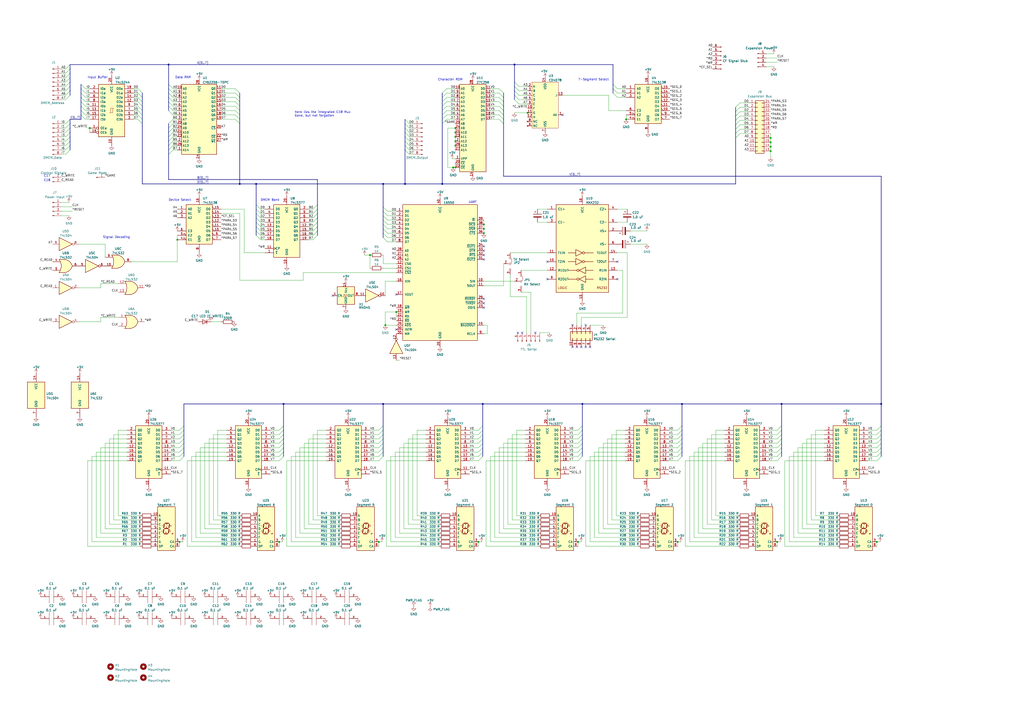
<source format=kicad_sch>
(kicad_sch (version 20211123) (generator eeschema)
  (paper "A2")
  (title_block (title "i281e Data Memory + Video Card") (date "2024-05-03") (rev "A") (company "i281e Development Group"))
  (junction (at 511.175 234.315))
  (junction (at 508.635 314.325))
  (junction (at 280.67 130.175))
  (junction (at 337.82 234.315))
  (junction (at 262.89 97.155))
  (junction (at 264.16 84.455))
  (junction (at 264.16 79.375))
  (junction (at 223.52 188.595))
  (junction (at 219.71 314.325))
  (junction (at 264.16 81.915))
  (junction (at 280.035 234.315))
  (junction (at 447.04 85.09))
  (junction (at 277.495 314.325))
  (junction (at 447.04 80.01))
  (junction (at 298.45 37.465))
  (junction (at 453.39 234.315))
  (junction (at 161.925 314.325))
  (junction (at 335.28 314.325))
  (junction (at 280.67 132.715))
  (junction (at 447.04 82.55))
  (junction (at 256.54 106.68))
  (junction (at 447.04 87.63))
  (junction (at 234.95 106.68))
  (junction (at 214.63 147.955))
  (junction (at 104.14 314.325))
  (junction (at 139.065 106.68))
  (junction (at 102.87 139.065))
  (junction (at 306.07 65.405))
  (junction (at 229.87 180.975))
  (junction (at 450.85 314.325))
  (junction (at 222.25 234.315))
  (junction (at 222.25 106.68))
  (junction (at 363.22 69.215))
  (junction (at 280.67 135.255))
  (junction (at 97.79 37.465))
  (junction (at 164.465 234.315))
  (junction (at 393.065 314.325))
  (junction (at 264.16 97.155))
  (junction (at 264.16 74.295))
  (junction (at 264.16 76.835))
  (junction (at 148.59 106.68))
  (junction (at 395.605 234.315))
  (junction (at 52.07 74.295))
  (no_connect (at 332.105 188.595))
  (no_connect (at 300.355 193.04))
  (no_connect (at 229.87 170.815))
  (no_connect (at 280.67 150.495))
  (no_connect (at 280.67 178.435))
  (no_connect (at 229.87 191.135))
  (no_connect (at 334.645 201.295))
  (no_connect (at 280.67 142.875))
  (no_connect (at 280.67 145.415))
  (no_connect (at 280.67 175.895))
  (no_connect (at 193.04 171.45))
  (no_connect (at 332.105 201.295))
  (no_connect (at 358.14 161.925))
  (no_connect (at 317.5 161.925))
  (no_connect (at 339.725 201.295))
  (no_connect (at 310.515 193.04))
  (no_connect (at 280.67 147.955))
  (no_connect (at 342.265 201.295))
  (no_connect (at 326.39 66.675))
  (no_connect (at 317.5 151.765))
  (no_connect (at 339.725 188.595))
  (no_connect (at 280.67 173.355))
  (no_connect (at 302.895 193.04))
  (no_connect (at 358.14 151.765))
  (no_connect (at 337.185 201.295))
  (bus_entry (at 511.175 257.175) (size -2.54 2.54))
  (bus_entry (at 222.25 257.175) (size -2.54 2.54))
  (bus_entry (at 234.95 74.295) (size 2.54 2.54))
  (bus_entry (at 139.065 56.515) (size -2.54 -2.54))
  (bus_entry (at 292.1 71.755) (size -2.54 -2.54))
  (bus_entry (at 82.55 59.055) (size -2.54 -2.54))
  (bus_entry (at 184.15 136.525) (size -2.54 2.54))
  (bus_entry (at 97.79 64.135) (size 2.54 2.54))
  (bus_entry (at 82.55 69.215) (size -2.54 -2.54))
  (bus_entry (at 97.79 51.435) (size 2.54 2.54))
  (bus_entry (at 97.79 59.055) (size 2.54 2.54))
  (bus_entry (at 222.25 254.635) (size -2.54 2.54))
  (bus_entry (at 453.39 259.715) (size -2.54 2.54))
  (bus_entry (at 511.175 262.255) (size -2.54 2.54))
  (bus_entry (at 511.175 249.555) (size -2.54 2.54))
  (bus_entry (at 395.605 262.255) (size -2.54 2.54))
  (bus_entry (at 453.39 249.555) (size -2.54 2.54))
  (bus_entry (at 40.64 71.755) (size -2.54 2.54))
  (bus_entry (at 395.605 259.715) (size -2.54 2.54))
  (bus_entry (at 164.465 264.795) (size -2.54 2.54))
  (bus_entry (at 222.25 130.175) (size 2.54 2.54))
  (bus_entry (at 298.45 50.165) (size 2.54 2.54))
  (bus_entry (at 46.99 59.055) (size 2.54 2.54))
  (bus_entry (at 337.82 249.555) (size -2.54 2.54))
  (bus_entry (at 222.25 137.795) (size 2.54 2.54))
  (bus_entry (at 148.59 136.525) (size 2.54 2.54))
  (bus_entry (at 511.175 254.635) (size -2.54 2.54))
  (bus_entry (at 184.15 133.985) (size -2.54 2.54))
  (bus_entry (at 40.64 86.995) (size -2.54 2.54))
  (bus_entry (at 234.95 71.755) (size 2.54 2.54))
  (bus_entry (at 40.64 37.465) (size -2.54 2.54))
  (bus_entry (at 337.82 257.175) (size -2.54 2.54))
  (bus_entry (at 222.25 252.095) (size -2.54 2.54))
  (bus_entry (at 298.45 52.705) (size 2.54 2.54))
  (bus_entry (at 453.39 264.795) (size -2.54 2.54))
  (bus_entry (at 139.065 59.055) (size -2.54 -2.54))
  (bus_entry (at 97.79 86.995) (size 2.54 -2.54))
  (bus_entry (at 222.25 259.715) (size -2.54 2.54))
  (bus_entry (at 511.175 247.015) (size -2.54 2.54))
  (bus_entry (at 106.68 264.795) (size -2.54 2.54))
  (bus_entry (at 395.605 252.095) (size -2.54 2.54))
  (bus_entry (at 40.64 50.165) (size -2.54 2.54))
  (bus_entry (at 40.64 55.245) (size -2.54 2.54))
  (bus_entry (at 97.79 71.755) (size 2.54 -2.54))
  (bus_entry (at 184.15 126.365) (size -2.54 2.54))
  (bus_entry (at 46.99 64.135) (size 2.54 2.54))
  (bus_entry (at 256.54 59.055) (size 2.54 -2.54))
  (bus_entry (at 234.95 79.375) (size 2.54 2.54))
  (bus_entry (at 106.68 249.555) (size -2.54 2.54))
  (bus_entry (at 453.39 257.175) (size -2.54 2.54))
  (bus_entry (at 280.035 259.715) (size -2.54 2.54))
  (bus_entry (at 40.64 69.215) (size -2.54 2.54))
  (bus_entry (at 337.82 264.795) (size -2.54 2.54))
  (bus_entry (at 106.68 247.015) (size -2.54 2.54))
  (bus_entry (at 46.99 48.895) (size 2.54 2.54))
  (bus_entry (at 97.79 53.975) (size 2.54 2.54))
  (bus_entry (at 292.1 69.215) (size -2.54 -2.54))
  (bus_entry (at 234.95 76.835) (size 2.54 2.54))
  (bus_entry (at 40.64 84.455) (size -2.54 2.54))
  (bus_entry (at 511.175 252.095) (size -2.54 2.54))
  (bus_entry (at 139.065 71.755) (size -2.54 -2.54))
  (bus_entry (at 148.59 131.445) (size 2.54 2.54))
  (bus_entry (at 164.465 259.715) (size -2.54 2.54))
  (bus_entry (at 426.72 74.93) (size 2.54 -2.54))
  (bus_entry (at 395.605 264.795) (size -2.54 2.54))
  (bus_entry (at 256.54 66.675) (size 2.54 -2.54))
  (bus_entry (at 355.6 48.895) (size 2.54 2.54))
  (bus_entry (at 426.72 64.77) (size 2.54 -2.54))
  (bus_entry (at 395.605 249.555) (size -2.54 2.54))
  (bus_entry (at 256.54 69.215) (size 2.54 -2.54))
  (bus_entry (at 298.45 57.785) (size 2.54 2.54))
  (bus_entry (at 106.68 254.635) (size -2.54 2.54))
  (bus_entry (at 139.065 69.215) (size -2.54 -2.54))
  (bus_entry (at 46.99 53.975) (size 2.54 2.54))
  (bus_entry (at 184.15 128.905) (size -2.54 2.54))
  (bus_entry (at 511.175 264.795) (size -2.54 2.54))
  (bus_entry (at 511.175 259.715) (size -2.54 2.54))
  (bus_entry (at 139.065 53.975) (size -2.54 -2.54))
  (bus_entry (at 337.82 254.635) (size -2.54 2.54))
  (bus_entry (at 164.465 252.095) (size -2.54 2.54))
  (bus_entry (at 426.72 67.31) (size 2.54 -2.54))
  (bus_entry (at 148.59 133.985) (size 2.54 2.54))
  (bus_entry (at 280.035 249.555) (size -2.54 2.54))
  (bus_entry (at 40.64 76.835) (size -2.54 2.54))
  (bus_entry (at 280.035 254.635) (size -2.54 2.54))
  (bus_entry (at 106.68 259.715) (size -2.54 2.54))
  (bus_entry (at 280.035 264.795) (size -2.54 2.54))
  (bus_entry (at 256.54 64.135) (size 2.54 -2.54))
  (bus_entry (at 40.64 79.375) (size -2.54 2.54))
  (bus_entry (at 292.1 61.595) (size -2.54 -2.54))
  (bus_entry (at 40.64 45.085) (size -2.54 2.54))
  (bus_entry (at 337.82 247.015) (size -2.54 2.54))
  (bus_entry (at 46.99 56.515) (size 2.54 2.54))
  (bus_entry (at 40.64 81.915) (size -2.54 2.54))
  (bus_entry (at 256.54 53.975) (size 2.54 -2.54))
  (bus_entry (at 97.79 89.535) (size 2.54 -2.54))
  (bus_entry (at 106.68 252.095) (size -2.54 2.54))
  (bus_entry (at 184.15 131.445) (size -2.54 2.54))
  (bus_entry (at 164.465 254.635) (size -2.54 2.54))
  (bus_entry (at 298.45 55.245) (size 2.54 2.54))
  (bus_entry (at 222.25 132.715) (size 2.54 2.54))
  (bus_entry (at 426.72 80.01) (size 2.54 -2.54))
  (bus_entry (at 337.82 262.255) (size -2.54 2.54))
  (bus_entry (at 337.82 259.715) (size -2.54 2.54))
  (bus_entry (at 82.55 71.755) (size -2.54 -2.54))
  (bus_entry (at 148.59 128.905) (size 2.54 2.54))
  (bus_entry (at 40.64 52.705) (size -2.54 2.54))
  (bus_entry (at 139.065 61.595) (size -2.54 -2.54))
  (bus_entry (at 256.54 71.755) (size 2.54 -2.54))
  (bus_entry (at 40.64 74.295) (size -2.54 2.54))
  (bus_entry (at 164.465 249.555) (size -2.54 2.54))
  (bus_entry (at 222.25 122.555) (size 2.54 2.54))
  (bus_entry (at 292.1 59.055) (size -2.54 -2.54))
  (bus_entry (at 234.95 84.455) (size 2.54 2.54))
  (bus_entry (at 426.72 77.47) (size 2.54 -2.54))
  (bus_entry (at 256.54 61.595) (size 2.54 -2.54))
  (bus_entry (at 40.64 40.005) (size -2.54 2.54))
  (bus_entry (at 234.95 86.995) (size 2.54 2.54))
  (bus_entry (at 292.1 56.515) (size -2.54 -2.54))
  (bus_entry (at 97.79 84.455) (size 2.54 -2.54))
  (bus_entry (at 82.55 66.675) (size -2.54 -2.54))
  (bus_entry (at 148.59 126.365) (size 2.54 2.54))
  (bus_entry (at 298.45 47.625) (size 2.54 2.54))
  (bus_entry (at 355.6 53.975) (size 2.54 2.54))
  (bus_entry (at 97.79 48.895) (size 2.54 2.54))
  (bus_entry (at 453.39 252.095) (size -2.54 2.54))
  (bus_entry (at 222.25 127.635) (size 2.54 2.54))
  (bus_entry (at 280.035 252.095) (size -2.54 2.54))
  (bus_entry (at 453.39 254.635) (size -2.54 2.54))
  (bus_entry (at 337.82 252.095) (size -2.54 2.54))
  (bus_entry (at 292.1 66.675) (size -2.54 -2.54))
  (bus_entry (at 256.54 56.515) (size 2.54 -2.54))
  (bus_entry (at 222.25 135.255) (size 2.54 2.54))
  (bus_entry (at 395.605 257.175) (size -2.54 2.54))
  (bus_entry (at 148.59 118.745) (size 2.54 2.54))
  (bus_entry (at 222.25 249.555) (size -2.54 2.54))
  (bus_entry (at 234.95 81.915) (size 2.54 2.54))
  (bus_entry (at 184.15 121.285) (size -2.54 2.54))
  (bus_entry (at 355.6 51.435) (size 2.54 2.54))
  (bus_entry (at 97.79 76.835) (size 2.54 -2.54))
  (bus_entry (at 148.59 121.285) (size 2.54 2.54))
  (bus_entry (at 453.39 247.015) (size -2.54 2.54))
  (bus_entry (at 280.035 247.015) (size -2.54 2.54))
  (bus_entry (at 82.55 53.975) (size -2.54 -2.54))
  (bus_entry (at 139.065 66.675) (size -2.54 -2.54))
  (bus_entry (at 453.39 262.255) (size -2.54 2.54))
  (bus_entry (at 106.68 257.175) (size -2.54 2.54))
  (bus_entry (at 106.68 262.255) (size -2.54 2.54))
  (bus_entry (at 82.55 61.595) (size -2.54 -2.54))
  (bus_entry (at 222.25 262.255) (size -2.54 2.54))
  (bus_entry (at 426.72 72.39) (size 2.54 -2.54))
  (bus_entry (at 426.72 69.85) (size 2.54 -2.54))
  (bus_entry (at 164.465 257.175) (size -2.54 2.54))
  (bus_entry (at 97.79 61.595) (size 2.54 2.54))
  (bus_entry (at 97.79 74.295) (size 2.54 -2.54))
  (bus_entry (at 139.065 64.135) (size -2.54 -2.54))
  (bus_entry (at 97.79 56.515) (size 2.54 2.54))
  (bus_entry (at 46.99 66.675) (size 2.54 2.54))
  (bus_entry (at 234.95 69.215) (size 2.54 2.54))
  (bus_entry (at 280.035 257.175) (size -2.54 2.54))
  (bus_entry (at 184.15 118.745) (size -2.54 2.54))
  (bus_entry (at 292.1 53.975) (size -2.54 -2.54))
  (bus_entry (at 82.55 64.135) (size -2.54 -2.54))
  (bus_entry (at 40.64 42.545) (size -2.54 2.54))
  (bus_entry (at 222.25 264.795) (size -2.54 2.54))
  (bus_entry (at 97.79 79.375) (size 2.54 -2.54))
  (bus_entry (at 164.465 262.255) (size -2.54 2.54))
  (bus_entry (at 46.99 61.595) (size 2.54 2.54))
  (bus_entry (at 184.15 123.825) (size -2.54 2.54))
  (bus_entry (at 426.72 62.23) (size 2.54 -2.54))
  (bus_entry (at 148.59 123.825) (size 2.54 2.54))
  (bus_entry (at 280.035 262.255) (size -2.54 2.54))
  (bus_entry (at 222.25 247.015) (size -2.54 2.54))
  (bus_entry (at 395.605 254.635) (size -2.54 2.54))
  (bus_entry (at 46.99 51.435) (size 2.54 2.54))
  (bus_entry (at 164.465 247.015) (size -2.54 2.54))
  (bus_entry (at 292.1 64.135) (size -2.54 -2.54))
  (bus_entry (at 40.64 47.625) (size -2.54 2.54))
  (bus_entry (at 395.605 247.015) (size -2.54 2.54))
  (bus_entry (at 82.55 56.515) (size -2.54 -2.54))
  (bus_entry (at 97.79 81.915) (size 2.54 -2.54))
  (bus_entry (at 222.25 120.015) (size 2.54 2.54))
  (bus_entry (at 222.25 125.095) (size 2.54 2.54))
  (bus (pts (xy 148.59 121.285) (xy 148.59 123.825)))
  (bus (pts (xy 106.68 254.635) (xy 106.68 252.095)))
  (bus (pts (xy 511.175 259.715) (xy 511.175 257.175)))
  (wire (pts (xy 234.315 306.705) (xy 234.315 257.175)))
  (wire (pts (xy 272.415 262.255) (xy 277.495 262.255)))
  (wire (pts (xy 485.775 306.705) (xy 465.455 306.705)))
  (wire (pts (xy 35.56 89.535) (xy 38.1 89.535)))
  (bus (pts (xy 453.39 254.635) (xy 453.39 252.095)))
  (wire (pts (xy 370.205 314.325) (xy 342.265 314.325)))
  (wire (pts (xy 99.06 262.255) (xy 104.14 262.255)))
  (bus (pts (xy 395.605 249.555) (xy 395.605 247.015)))
  (wire (pts (xy 35.56 45.085) (xy 38.1 45.085)))
  (wire (pts (xy 99.06 259.715) (xy 104.14 259.715)))
  (wire (pts (xy 429.26 59.69) (xy 434.34 59.69)))
  (wire (pts (xy 264.16 74.295) (xy 264.16 76.835)))
  (bus (pts (xy 298.45 37.465) (xy 298.45 47.625)))
  (wire (pts (xy 151.13 139.065) (xy 153.67 139.065)))
  (wire (pts (xy 113.665 311.785) (xy 113.665 262.255)))
  (wire (pts (xy 358.14 156.845) (xy 361.315 156.845)))
  (wire (pts (xy 100.33 64.135) (xy 102.87 64.135)))
  (wire (pts (xy 156.845 262.255) (xy 161.925 262.255)))
  (wire (pts (xy 363.22 66.675) (xy 363.22 69.215)))
  (wire (pts (xy 139.065 309.245) (xy 116.205 309.245)))
  (wire (pts (xy 151.13 131.445) (xy 153.67 131.445)))
  (bus (pts (xy 40.64 84.455) (xy 40.64 81.915)))
  (wire (pts (xy 503.555 254.635) (xy 508.635 254.635)))
  (wire (pts (xy 35.56 52.705) (xy 38.1 52.705)))
  (wire (pts (xy 429.26 67.31) (xy 434.34 67.31)))
  (wire (pts (xy 254.635 306.705) (xy 234.315 306.705)))
  (wire (pts (xy 306.07 65.405) (xy 306.07 67.945)))
  (bus (pts (xy 139.065 64.135) (xy 139.065 66.675)))
  (bus (pts (xy 148.59 131.445) (xy 148.59 133.985)))
  (bus (pts (xy 256.54 71.755) (xy 256.54 106.68)))
  (wire (pts (xy 311.785 128.905) (xy 317.5 128.905)))
  (wire (pts (xy 99.06 254.635) (xy 104.14 254.635)))
  (wire (pts (xy 214.63 262.255) (xy 219.71 262.255)))
  (bus (pts (xy 337.82 234.315) (xy 395.605 234.315)))
  (bus (pts (xy 426.72 67.31) (xy 426.72 69.85)))
  (bus (pts (xy 82.55 71.755) (xy 82.55 106.68)))
  (wire (pts (xy 100.33 51.435) (xy 102.87 51.435)))
  (wire (pts (xy 156.845 252.095) (xy 161.925 252.095)))
  (bus (pts (xy 82.55 64.135) (xy 82.55 66.675)))
  (wire (pts (xy 49.53 61.595) (xy 52.07 61.595)))
  (wire (pts (xy 503.555 267.335) (xy 508.635 267.335)))
  (bus (pts (xy 106.68 259.715) (xy 106.68 257.175)))
  (wire (pts (xy 259.08 69.215) (xy 264.16 69.215)))
  (wire (pts (xy 284.48 61.595) (xy 289.56 61.595)))
  (bus (pts (xy 256.54 64.135) (xy 256.54 66.675)))
  (wire (pts (xy 393.065 314.325) (xy 394.97 314.325)))
  (wire (pts (xy 224.79 130.175) (xy 229.87 130.175)))
  (wire (pts (xy 219.71 314.325) (xy 221.615 314.325)))
  (wire (pts (xy 128.27 66.675) (xy 136.525 66.675)))
  (wire (pts (xy 410.21 304.165) (xy 410.21 254.635)))
  (wire (pts (xy 196.85 311.785) (xy 171.45 311.785)))
  (wire (pts (xy 122.555 186.69) (xy 128.27 186.69)))
  (bus (pts (xy 164.465 264.795) (xy 164.465 262.255)))
  (wire (pts (xy 282.575 193.675) (xy 280.67 193.675)))
  (bus (pts (xy 292.1 102.235) (xy 511.175 102.235)))
  (wire (pts (xy 77.47 61.595) (xy 80.01 61.595)))
  (bus (pts (xy 40.64 50.165) (xy 40.64 47.625)))
  (wire (pts (xy 312.42 311.785) (xy 287.02 311.785)))
  (wire (pts (xy 229.87 208.915) (xy 231.775 208.915)))
  (wire (pts (xy 281.94 267.335) (xy 304.8 267.335)))
  (wire (pts (xy 357.505 299.085) (xy 357.505 249.555)))
  (wire (pts (xy 330.2 262.255) (xy 335.28 262.255)))
  (wire (pts (xy 254.635 301.625) (xy 239.395 301.625)))
  (wire (pts (xy 45.72 167.005) (xy 58.42 167.005)))
  (wire (pts (xy 156.845 254.635) (xy 161.925 254.635)))
  (bus (pts (xy 256.54 56.515) (xy 256.54 59.055)))
  (wire (pts (xy 50.8 74.295) (xy 52.07 74.295)))
  (wire (pts (xy 236.855 304.165) (xy 236.855 254.635)))
  (bus (pts (xy 395.605 247.015) (xy 395.605 234.315)))
  (wire (pts (xy 284.48 53.975) (xy 289.56 53.975)))
  (wire (pts (xy 237.49 81.915) (xy 240.03 81.915)))
  (wire (pts (xy 330.2 259.715) (xy 335.28 259.715)))
  (wire (pts (xy 370.205 316.865) (xy 339.725 316.865)))
  (wire (pts (xy 415.29 299.085) (xy 415.29 249.555)))
  (wire (pts (xy 104.14 316.865) (xy 104.14 314.325)))
  (wire (pts (xy 445.77 252.095) (xy 450.85 252.095)))
  (bus (pts (xy 164.465 234.315) (xy 222.25 234.315)))
  (wire (pts (xy 196.85 304.165) (xy 179.07 304.165)))
  (wire (pts (xy 342.265 314.325) (xy 342.265 264.795)))
  (wire (pts (xy 335.28 314.325) (xy 337.185 314.325)))
  (wire (pts (xy 76.2 151.765) (xy 102.87 151.765)))
  (bus (pts (xy 426.72 74.93) (xy 426.72 77.47)))
  (wire (pts (xy 123.825 301.625) (xy 123.825 252.095)))
  (bus (pts (xy 46.99 66.675) (xy 46.99 69.215)))
  (wire (pts (xy 358.14 128.905) (xy 363.855 128.905)))
  (wire (pts (xy 49.53 66.675) (xy 52.07 66.675)))
  (bus (pts (xy 292.1 69.215) (xy 292.1 71.755)))
  (wire (pts (xy 407.67 257.175) (xy 420.37 257.175)))
  (bus (pts (xy 395.605 257.175) (xy 395.605 254.635)))
  (wire (pts (xy 128.27 64.135) (xy 136.525 64.135)))
  (wire (pts (xy 339.725 316.865) (xy 339.725 267.335)))
  (wire (pts (xy 151.13 121.285) (xy 153.67 121.285)))
  (bus (pts (xy 280.035 262.255) (xy 280.035 259.715)))
  (wire (pts (xy 508.635 316.865) (xy 508.635 314.325)))
  (wire (pts (xy 429.26 64.77) (xy 434.34 64.77)))
  (wire (pts (xy 344.805 262.255) (xy 362.585 262.255)))
  (wire (pts (xy 370.205 309.245) (xy 347.345 309.245)))
  (bus (pts (xy 280.035 264.795) (xy 280.035 262.255)))
  (bus (pts (xy 426.72 69.85) (xy 426.72 72.39)))
  (bus (pts (xy 355.6 48.895) (xy 355.6 37.465)))
  (bus (pts (xy 40.64 47.625) (xy 40.64 45.085)))
  (wire (pts (xy 81.28 316.865) (xy 50.8 316.865)))
  (wire (pts (xy 141.605 121.285) (xy 141.605 146.685)))
  (wire (pts (xy 337.185 184.15) (xy 337.185 188.595)))
  (wire (pts (xy 52.07 74.295) (xy 52.07 76.835)))
  (wire (pts (xy 287.02 262.255) (xy 304.8 262.255)))
  (wire (pts (xy 485.775 309.245) (xy 462.915 309.245)))
  (wire (pts (xy 35.56 86.995) (xy 38.1 86.995)))
  (wire (pts (xy 445.77 249.555) (xy 450.85 249.555)))
  (bus (pts (xy 82.55 66.675) (xy 82.55 69.215)))
  (bus (pts (xy 46.99 53.975) (xy 46.99 56.515)))
  (wire (pts (xy 259.08 59.055) (xy 264.16 59.055)))
  (wire (pts (xy 53.34 264.795) (xy 73.66 264.795)))
  (bus (pts (xy 453.39 264.795) (xy 453.39 262.255)))
  (wire (pts (xy 312.42 314.325) (xy 284.48 314.325)))
  (bus (pts (xy 256.54 59.055) (xy 256.54 61.595)))
  (wire (pts (xy 402.59 311.785) (xy 402.59 262.255)))
  (wire (pts (xy 445.77 262.255) (xy 450.85 262.255)))
  (wire (pts (xy 365.76 133.985) (xy 375.285 133.985)))
  (bus (pts (xy 280.035 234.315) (xy 337.82 234.315)))
  (wire (pts (xy 239.395 301.625) (xy 239.395 252.095)))
  (wire (pts (xy 241.935 299.085) (xy 241.935 249.555)))
  (wire (pts (xy 166.37 267.335) (xy 189.23 267.335)))
  (wire (pts (xy 237.49 79.375) (xy 240.03 79.375)))
  (bus (pts (xy 234.95 71.755) (xy 234.95 74.295)))
  (wire (pts (xy 311.785 121.285) (xy 317.5 121.285)))
  (wire (pts (xy 307.975 169.545) (xy 307.975 193.04)))
  (wire (pts (xy 412.75 252.095) (xy 420.37 252.095)))
  (wire (pts (xy 429.26 74.93) (xy 434.34 74.93)))
  (bus (pts (xy 234.95 84.455) (xy 234.95 86.995)))
  (wire (pts (xy 66.04 252.095) (xy 73.66 252.095)))
  (wire (pts (xy 354.965 301.625) (xy 354.965 252.095)))
  (bus (pts (xy 222.25 125.095) (xy 222.25 127.635)))
  (wire (pts (xy 50.8 316.865) (xy 50.8 267.335)))
  (wire (pts (xy 35.56 122.555) (xy 41.91 122.555)))
  (wire (pts (xy 156.845 264.795) (xy 161.925 264.795)))
  (wire (pts (xy 445.77 254.635) (xy 450.85 254.635)))
  (wire (pts (xy 473.075 249.555) (xy 478.155 249.555)))
  (wire (pts (xy 223.52 163.195) (xy 229.87 163.195)))
  (bus (pts (xy 184.15 133.985) (xy 184.15 136.525)))
  (bus (pts (xy 222.25 252.095) (xy 222.25 249.555)))
  (wire (pts (xy 302.26 156.845) (xy 317.5 156.845)))
  (wire (pts (xy 171.45 311.785) (xy 171.45 262.255)))
  (wire (pts (xy 370.205 311.785) (xy 344.805 311.785)))
  (wire (pts (xy 77.47 59.055) (xy 80.01 59.055)))
  (wire (pts (xy 81.28 301.625) (xy 66.04 301.625)))
  (bus (pts (xy 280.035 247.015) (xy 280.035 234.315)))
  (wire (pts (xy 224.79 125.095) (xy 229.87 125.095)))
  (bus (pts (xy 148.59 126.365) (xy 148.59 128.905)))
  (bus (pts (xy 97.79 74.295) (xy 97.79 76.835)))
  (bus (pts (xy 222.25 130.175) (xy 222.25 132.715)))
  (bus (pts (xy 222.25 135.255) (xy 222.25 137.795)))
  (bus (pts (xy 184.15 128.905) (xy 184.15 131.445)))
  (wire (pts (xy 35.56 74.295) (xy 38.1 74.295)))
  (bus (pts (xy 106.68 247.015) (xy 106.68 234.315)))
  (wire (pts (xy 60.96 306.705) (xy 60.96 257.175)))
  (wire (pts (xy 284.48 314.325) (xy 284.48 264.795)))
  (bus (pts (xy 337.82 257.175) (xy 337.82 254.635)))
  (wire (pts (xy 214.63 267.335) (xy 219.71 267.335)))
  (bus (pts (xy 40.64 76.835) (xy 40.64 74.295)))
  (bus (pts (xy 222.25 262.255) (xy 222.25 259.715)))
  (wire (pts (xy 264.16 94.615) (xy 264.16 97.155)))
  (wire (pts (xy 229.235 311.785) (xy 229.235 262.255)))
  (wire (pts (xy 280.67 163.195) (xy 298.45 163.195)))
  (bus (pts (xy 139.065 56.515) (xy 139.065 59.055)))
  (wire (pts (xy 313.055 193.04) (xy 318.77 193.04)))
  (wire (pts (xy 50.8 267.335) (xy 73.66 267.335)))
  (wire (pts (xy 259.08 56.515) (xy 264.16 56.515)))
  (bus (pts (xy 511.175 257.175) (xy 511.175 254.635)))
  (bus (pts (xy 337.82 259.715) (xy 337.82 257.175)))
  (bus (pts (xy 222.25 259.715) (xy 222.25 257.175)))
  (wire (pts (xy 467.995 254.635) (xy 478.155 254.635)))
  (wire (pts (xy 81.28 311.785) (xy 55.88 311.785)))
  (wire (pts (xy 214.63 155.575) (xy 214.63 147.955)))
  (bus (pts (xy 148.59 133.985) (xy 148.59 136.525)))
  (wire (pts (xy 175.895 158.115) (xy 175.895 162.56)))
  (wire (pts (xy 305.435 193.04) (xy 305.435 172.085)))
  (wire (pts (xy 77.47 64.135) (xy 80.01 64.135)))
  (wire (pts (xy 141.605 146.685) (xy 153.67 146.685)))
  (wire (pts (xy 139.065 304.165) (xy 121.285 304.165)))
  (bus (pts (xy 46.99 56.515) (xy 46.99 59.055)))
  (wire (pts (xy 400.05 264.795) (xy 420.37 264.795)))
  (wire (pts (xy 402.59 262.255) (xy 420.37 262.255)))
  (wire (pts (xy 171.45 262.255) (xy 189.23 262.255)))
  (wire (pts (xy 128.27 121.285) (xy 141.605 121.285)))
  (wire (pts (xy 299.72 249.555) (xy 304.8 249.555)))
  (bus (pts (xy 453.39 234.315) (xy 511.175 234.315)))
  (wire (pts (xy 123.825 252.095) (xy 131.445 252.095)))
  (wire (pts (xy 259.08 53.975) (xy 264.16 53.975)))
  (bus (pts (xy 184.15 121.285) (xy 184.15 123.825)))
  (wire (pts (xy 156.845 259.715) (xy 161.925 259.715)))
  (wire (pts (xy 460.375 311.785) (xy 460.375 262.255)))
  (wire (pts (xy 429.26 77.47) (xy 434.34 77.47)))
  (bus (pts (xy 292.1 64.135) (xy 292.1 66.675)))
  (wire (pts (xy 237.49 71.755) (xy 240.03 71.755)))
  (wire (pts (xy 280.67 130.175) (xy 280.67 132.715)))
  (bus (pts (xy 40.64 42.545) (xy 40.64 40.005)))
  (bus (pts (xy 148.59 106.68) (xy 222.25 106.68)))
  (wire (pts (xy 58.42 167.005) (xy 58.42 164.465)))
  (bus (pts (xy 106.68 249.555) (xy 106.68 247.015)))
  (wire (pts (xy 214.63 249.555) (xy 219.71 249.555)))
  (wire (pts (xy 241.935 299.085) (xy 254.635 299.085)))
  (wire (pts (xy 226.695 264.795) (xy 247.015 264.795)))
  (bus (pts (xy 164.465 252.095) (xy 164.465 249.555)))
  (bus (pts (xy 97.79 81.915) (xy 97.79 84.455)))
  (wire (pts (xy 284.48 56.515) (xy 289.56 56.515)))
  (wire (pts (xy 272.415 264.795) (xy 277.495 264.795)))
  (wire (pts (xy 302.26 169.545) (xy 307.975 169.545)))
  (wire (pts (xy 254.635 311.785) (xy 229.235 311.785)))
  (wire (pts (xy 300.99 57.785) (xy 306.07 57.785)))
  (bus (pts (xy 395.605 252.095) (xy 395.605 249.555)))
  (bus (pts (xy 184.15 104.14) (xy 184.15 118.745)))
  (bus (pts (xy 395.605 264.795) (xy 395.605 262.255)))
  (wire (pts (xy 214.63 252.095) (xy 219.71 252.095)))
  (wire (pts (xy 35.56 117.475) (xy 40.005 117.475)))
  (bus (pts (xy 426.72 64.77) (xy 426.72 67.31)))
  (bus (pts (xy 234.95 86.995) (xy 234.95 106.68)))
  (bus (pts (xy 426.72 77.47) (xy 426.72 80.01)))
  (wire (pts (xy 35.56 55.245) (xy 38.1 55.245)))
  (bus (pts (xy 426.72 62.23) (xy 426.72 64.77)))
  (wire (pts (xy 223.52 188.595) (xy 223.52 180.975)))
  (bus (pts (xy 46.99 64.135) (xy 46.99 66.675)))
  (wire (pts (xy 222.25 147.955) (xy 222.25 153.035)))
  (wire (pts (xy 312.42 306.705) (xy 292.1 306.705)))
  (wire (pts (xy 387.985 254.635) (xy 393.065 254.635)))
  (wire (pts (xy 234.315 257.175) (xy 247.015 257.175)))
  (wire (pts (xy 224.79 132.715) (xy 229.87 132.715)))
  (wire (pts (xy 305.435 172.085) (xy 295.91 172.085)))
  (bus (pts (xy 46.99 48.895) (xy 46.99 51.435)))
  (bus (pts (xy 97.79 71.755) (xy 97.79 74.295)))
  (wire (pts (xy 473.075 299.085) (xy 473.075 249.555)))
  (wire (pts (xy 445.77 264.795) (xy 450.85 264.795)))
  (wire (pts (xy 100.33 76.835) (xy 102.87 76.835)))
  (bus (pts (xy 256.54 53.975) (xy 256.54 56.515)))
  (wire (pts (xy 272.415 257.175) (xy 277.495 257.175)))
  (wire (pts (xy 349.885 257.175) (xy 362.585 257.175)))
  (wire (pts (xy 214.63 264.795) (xy 219.71 264.795)))
  (bus (pts (xy 426.72 72.39) (xy 426.72 74.93)))
  (wire (pts (xy 363.855 184.15) (xy 337.185 184.15)))
  (bus (pts (xy 82.55 69.215) (xy 82.55 71.755)))
  (bus (pts (xy 40.64 71.755) (xy 40.64 69.215)))
  (wire (pts (xy 128.27 123.825) (xy 139.065 123.825)))
  (wire (pts (xy 370.205 306.705) (xy 349.885 306.705)))
  (bus (pts (xy 234.95 106.68) (xy 256.54 106.68)))
  (wire (pts (xy 334.645 188.595) (xy 334.645 181.61)))
  (bus (pts (xy 222.25 254.635) (xy 222.25 252.095)))
  (bus (pts (xy 46.99 59.055) (xy 46.99 61.595)))
  (wire (pts (xy 294.64 254.635) (xy 304.8 254.635)))
  (wire (pts (xy 450.85 314.325) (xy 452.755 314.325)))
  (wire (pts (xy 116.205 309.245) (xy 116.205 259.715)))
  (wire (pts (xy 99.06 267.335) (xy 104.14 267.335)))
  (wire (pts (xy 128.27 69.215) (xy 136.525 69.215)))
  (bus (pts (xy 184.15 126.365) (xy 184.15 128.905)))
  (bus (pts (xy 298.45 37.465) (xy 355.6 37.465)))
  (wire (pts (xy 214.63 254.635) (xy 219.71 254.635)))
  (bus (pts (xy 292.1 61.595) (xy 292.1 64.135)))
  (wire (pts (xy 224.79 135.255) (xy 229.87 135.255)))
  (wire (pts (xy 108.585 267.335) (xy 131.445 267.335)))
  (wire (pts (xy 102.87 151.765) (xy 102.87 139.065)))
  (wire (pts (xy 473.075 299.085) (xy 485.775 299.085)))
  (wire (pts (xy 342.265 264.795) (xy 362.585 264.795)))
  (wire (pts (xy 229.87 180.975) (xy 229.87 183.515)))
  (wire (pts (xy 100.33 71.755) (xy 102.87 71.755)))
  (wire (pts (xy 280.67 132.715) (xy 280.67 135.255)))
  (wire (pts (xy 427.99 311.785) (xy 402.59 311.785)))
  (wire (pts (xy 450.85 316.865) (xy 450.85 314.325)))
  (bus (pts (xy 280.035 252.095) (xy 280.035 249.555)))
  (wire (pts (xy 429.26 72.39) (xy 434.34 72.39)))
  (wire (pts (xy 358.14 53.975) (xy 363.22 53.975)))
  (wire (pts (xy 237.49 89.535) (xy 240.03 89.535)))
  (wire (pts (xy 49.53 64.135) (xy 52.07 64.135)))
  (bus (pts (xy 453.39 247.015) (xy 453.39 234.315)))
  (bus (pts (xy 106.68 264.795) (xy 106.68 262.255)))
  (bus (pts (xy 222.25 122.555) (xy 222.25 125.095)))
  (bus (pts (xy 337.82 252.095) (xy 337.82 249.555)))
  (wire (pts (xy 128.27 53.975) (xy 136.525 53.975)))
  (bus (pts (xy 148.59 106.68) (xy 148.59 118.745)))
  (wire (pts (xy 427.99 306.705) (xy 407.67 306.705)))
  (wire (pts (xy 330.2 267.335) (xy 335.28 267.335)))
  (wire (pts (xy 427.99 316.865) (xy 397.51 316.865)))
  (wire (pts (xy 503.555 252.095) (xy 508.635 252.095)))
  (bus (pts (xy 139.065 53.975) (xy 139.065 56.515)))
  (wire (pts (xy 462.915 309.245) (xy 462.915 259.715)))
  (bus (pts (xy 40.64 81.915) (xy 40.64 79.375)))
  (wire (pts (xy 63.5 254.635) (xy 73.66 254.635)))
  (wire (pts (xy 139.065 301.625) (xy 123.825 301.625)))
  (bus (pts (xy 164.465 262.255) (xy 164.465 259.715)))
  (bus (pts (xy 106.68 252.095) (xy 106.68 249.555)))
  (wire (pts (xy 358.14 51.435) (xy 363.22 51.435)))
  (bus (pts (xy 40.64 86.995) (xy 40.64 84.455)))
  (wire (pts (xy 259.08 51.435) (xy 264.16 51.435)))
  (wire (pts (xy 410.21 254.635) (xy 420.37 254.635)))
  (wire (pts (xy 128.27 61.595) (xy 136.525 61.595)))
  (bus (pts (xy 148.59 118.745) (xy 148.59 121.285)))
  (wire (pts (xy 485.775 304.165) (xy 467.995 304.165)))
  (wire (pts (xy 176.53 257.175) (xy 189.23 257.175)))
  (wire (pts (xy 393.065 316.865) (xy 393.065 314.325)))
  (wire (pts (xy 173.99 259.715) (xy 189.23 259.715)))
  (wire (pts (xy 485.775 311.785) (xy 460.375 311.785)))
  (wire (pts (xy 503.555 249.555) (xy 508.635 249.555)))
  (wire (pts (xy 100.33 56.515) (xy 102.87 56.515)))
  (wire (pts (xy 503.555 257.175) (xy 508.635 257.175)))
  (wire (pts (xy 470.535 301.625) (xy 470.535 252.095)))
  (wire (pts (xy 196.85 306.705) (xy 176.53 306.705)))
  (bus (pts (xy 395.605 234.315) (xy 453.39 234.315)))
  (wire (pts (xy 503.555 262.255) (xy 508.635 262.255)))
  (wire (pts (xy 467.995 304.165) (xy 467.995 254.635)))
  (wire (pts (xy 254.635 309.245) (xy 231.775 309.245)))
  (wire (pts (xy 151.13 123.825) (xy 153.67 123.825)))
  (bus (pts (xy 222.25 106.68) (xy 234.95 106.68)))
  (wire (pts (xy 444.5 33.655) (xy 450.85 33.655)))
  (wire (pts (xy 128.27 51.435) (xy 136.525 51.435)))
  (wire (pts (xy 259.08 61.595) (xy 264.16 61.595)))
  (bus (pts (xy 453.39 257.175) (xy 453.39 254.635)))
  (bus (pts (xy 298.45 47.625) (xy 298.45 50.165)))
  (bus (pts (xy 395.605 262.255) (xy 395.605 259.715)))
  (wire (pts (xy 397.51 316.865) (xy 397.51 267.335)))
  (wire (pts (xy 289.56 259.715) (xy 304.8 259.715)))
  (wire (pts (xy 118.745 257.175) (xy 131.445 257.175)))
  (wire (pts (xy 259.08 66.675) (xy 264.16 66.675)))
  (wire (pts (xy 280.67 127.635) (xy 280.67 130.175)))
  (wire (pts (xy 387.985 252.095) (xy 393.065 252.095)))
  (wire (pts (xy 139.065 314.325) (xy 111.125 314.325)))
  (wire (pts (xy 100.33 61.595) (xy 102.87 61.595)))
  (wire (pts (xy 457.835 314.325) (xy 457.835 264.795)))
  (wire (pts (xy 104.14 314.325) (xy 106.045 314.325)))
  (wire (pts (xy 334.645 181.61) (xy 361.315 181.61)))
  (wire (pts (xy 35.56 120.015) (xy 41.91 120.015)))
  (bus (pts (xy 256.54 106.68) (xy 426.72 106.68)))
  (wire (pts (xy 272.415 267.335) (xy 277.495 267.335)))
  (wire (pts (xy 312.42 304.165) (xy 294.64 304.165)))
  (wire (pts (xy 224.79 122.555) (xy 229.87 122.555)))
  (wire (pts (xy 35.56 125.095) (xy 40.005 125.095)))
  (bus (pts (xy 292.1 53.975) (xy 292.1 56.515)))
  (wire (pts (xy 99.06 249.555) (xy 104.14 249.555)))
  (wire (pts (xy 342.265 188.595) (xy 349.885 188.595)))
  (wire (pts (xy 49.53 56.515) (xy 52.07 56.515)))
  (wire (pts (xy 35.56 76.835) (xy 38.1 76.835)))
  (wire (pts (xy 289.56 309.245) (xy 289.56 259.715)))
  (bus (pts (xy 82.55 59.055) (xy 82.55 61.595)))
  (wire (pts (xy 294.64 304.165) (xy 294.64 254.635)))
  (bus (pts (xy 40.64 40.005) (xy 40.64 37.465)))
  (wire (pts (xy 264.16 76.835) (xy 264.16 79.375)))
  (wire (pts (xy 108.585 316.865) (xy 108.585 267.335)))
  (wire (pts (xy 58.42 184.15) (xy 68.58 184.15)))
  (wire (pts (xy 68.58 299.085) (xy 81.28 299.085)))
  (bus (pts (xy 97.79 56.515) (xy 97.79 53.975)))
  (bus (pts (xy 511.175 252.095) (xy 511.175 249.555)))
  (wire (pts (xy 102.87 136.525) (xy 102.87 139.065)))
  (wire (pts (xy 470.535 252.095) (xy 478.155 252.095)))
  (wire (pts (xy 272.415 259.715) (xy 277.495 259.715)))
  (wire (pts (xy 81.28 309.245) (xy 58.42 309.245)))
  (bus (pts (xy 222.25 234.315) (xy 280.035 234.315)))
  (bus (pts (xy 453.39 259.715) (xy 453.39 257.175)))
  (bus (pts (xy 97.79 53.975) (xy 97.79 51.435)))
  (wire (pts (xy 229.235 262.255) (xy 247.015 262.255)))
  (wire (pts (xy 352.425 254.635) (xy 362.585 254.635)))
  (bus (pts (xy 40.64 52.705) (xy 40.64 50.165)))
  (wire (pts (xy 77.47 53.975) (xy 80.01 53.975)))
  (wire (pts (xy 358.14 56.515) (xy 363.22 56.515)))
  (bus (pts (xy 453.39 252.095) (xy 453.39 249.555)))
  (wire (pts (xy 284.48 69.215) (xy 289.56 69.215)))
  (wire (pts (xy 387.985 259.715) (xy 393.065 259.715)))
  (wire (pts (xy 168.91 264.795) (xy 189.23 264.795)))
  (wire (pts (xy 35.56 71.755) (xy 38.1 71.755)))
  (wire (pts (xy 264.16 84.455) (xy 264.16 86.995)))
  (wire (pts (xy 272.415 252.095) (xy 277.495 252.095)))
  (wire (pts (xy 241.935 249.555) (xy 247.015 249.555)))
  (wire (pts (xy 139.065 123.825) (xy 139.065 162.56)))
  (wire (pts (xy 361.315 156.845) (xy 361.315 181.61)))
  (wire (pts (xy 161.925 316.865) (xy 161.925 314.325)))
  (bus (pts (xy 337.82 247.015) (xy 337.82 234.315)))
  (wire (pts (xy 100.33 84.455) (xy 102.87 84.455)))
  (wire (pts (xy 292.1 153.035) (xy 292.1 165.735)))
  (bus (pts (xy 46.99 51.435) (xy 46.99 53.975)))
  (wire (pts (xy 326.39 55.245) (xy 353.06 55.245)))
  (wire (pts (xy 254.635 314.325) (xy 226.695 314.325)))
  (bus (pts (xy 106.68 234.315) (xy 164.465 234.315)))
  (bus (pts (xy 164.465 247.015) (xy 164.465 234.315)))
  (bus (pts (xy 164.465 254.635) (xy 164.465 252.095)))
  (wire (pts (xy 264.16 81.915) (xy 264.16 84.455)))
  (wire (pts (xy 280.67 165.735) (xy 292.1 165.735)))
  (wire (pts (xy 175.895 162.56) (xy 139.065 162.56)))
  (wire (pts (xy 126.365 299.085) (xy 126.365 249.555)))
  (wire (pts (xy 128.27 56.515) (xy 136.525 56.515)))
  (wire (pts (xy 179.07 304.165) (xy 179.07 254.635)))
  (wire (pts (xy 358.14 146.685) (xy 363.855 146.685)))
  (bus (pts (xy 234.95 69.215) (xy 234.95 71.755)))
  (wire (pts (xy 100.33 53.975) (xy 102.87 53.975)))
  (wire (pts (xy 184.15 299.085) (xy 184.15 249.555)))
  (bus (pts (xy 97.79 79.375) (xy 97.79 81.915)))
  (wire (pts (xy 297.18 301.625) (xy 297.18 252.095)))
  (bus (pts (xy 280.035 257.175) (xy 280.035 254.635)))
  (wire (pts (xy 196.85 316.865) (xy 166.37 316.865)))
  (wire (pts (xy 349.885 306.705) (xy 349.885 257.175)))
  (bus (pts (xy 453.39 262.255) (xy 453.39 259.715)))
  (bus (pts (xy 426.72 80.01) (xy 426.72 106.68)))
  (bus (pts (xy 234.95 74.295) (xy 234.95 76.835)))
  (bus (pts (xy 46.99 61.595) (xy 46.99 64.135)))
  (bus (pts (xy 256.54 69.215) (xy 256.54 71.755)))
  (bus (pts (xy 511.175 264.795) (xy 511.175 262.255)))
  (bus (pts (xy 184.15 123.825) (xy 184.15 126.365)))
  (bus (pts (xy 97.79 48.895) (xy 97.79 37.465)))
  (wire (pts (xy 407.67 306.705) (xy 407.67 257.175)))
  (wire (pts (xy 179.07 126.365) (xy 181.61 126.365)))
  (wire (pts (xy 262.89 97.155) (xy 259.715 97.155)))
  (wire (pts (xy 447.04 77.47) (xy 447.04 80.01)))
  (wire (pts (xy 156.845 267.335) (xy 161.925 267.335)))
  (wire (pts (xy 330.2 257.175) (xy 335.28 257.175)))
  (bus (pts (xy 82.55 53.975) (xy 82.55 56.515)))
  (bus (pts (xy 40.64 37.465) (xy 97.79 37.465)))
  (wire (pts (xy 81.28 314.325) (xy 53.34 314.325)))
  (wire (pts (xy 231.775 309.245) (xy 231.775 259.715)))
  (wire (pts (xy 111.125 264.795) (xy 131.445 264.795)))
  (wire (pts (xy 99.06 264.795) (xy 104.14 264.795)))
  (bus (pts (xy 139.065 69.215) (xy 139.065 71.755)))
  (bus (pts (xy 222.25 120.015) (xy 222.25 122.555)))
  (bus (pts (xy 298.45 55.245) (xy 298.45 57.785)))
  (wire (pts (xy 447.04 82.55) (xy 447.04 85.09)))
  (wire (pts (xy 462.915 259.715) (xy 478.155 259.715)))
  (wire (pts (xy 179.07 128.905) (xy 181.61 128.905)))
  (wire (pts (xy 139.065 311.785) (xy 113.665 311.785)))
  (wire (pts (xy 427.99 301.625) (xy 412.75 301.625)))
  (wire (pts (xy 223.52 188.595) (xy 229.87 188.595)))
  (wire (pts (xy 179.07 133.985) (xy 181.61 133.985)))
  (bus (pts (xy 97.79 64.135) (xy 97.79 61.595)))
  (wire (pts (xy 224.155 267.335) (xy 247.015 267.335)))
  (wire (pts (xy 370.205 304.165) (xy 352.425 304.165)))
  (wire (pts (xy 176.53 306.705) (xy 176.53 257.175)))
  (bus (pts (xy 148.59 123.825) (xy 148.59 126.365)))
  (wire (pts (xy 116.205 259.715) (xy 131.445 259.715)))
  (bus (pts (xy 97.79 61.595) (xy 97.79 59.055)))
  (wire (pts (xy 444.5 31.115) (xy 448.945 31.115)))
  (wire (pts (xy 231.775 259.715) (xy 247.015 259.715)))
  (wire (pts (xy 223.52 171.45) (xy 223.52 163.195)))
  (wire (pts (xy 151.13 128.905) (xy 153.67 128.905)))
  (wire (pts (xy 297.18 252.095) (xy 304.8 252.095)))
  (bus (pts (xy 139.065 59.055) (xy 139.065 61.595)))
  (wire (pts (xy 335.28 316.865) (xy 335.28 314.325)))
  (wire (pts (xy 264.16 79.375) (xy 264.16 81.915)))
  (bus (pts (xy 164.465 257.175) (xy 164.465 254.635)))
  (wire (pts (xy 179.07 136.525) (xy 181.61 136.525)))
  (bus (pts (xy 40.64 55.245) (xy 40.64 52.705)))
  (wire (pts (xy 353.06 64.135) (xy 363.22 64.135)))
  (wire (pts (xy 226.695 314.325) (xy 226.695 264.795)))
  (bus (pts (xy 40.64 45.085) (xy 40.64 42.545)))
  (wire (pts (xy 66.04 301.625) (xy 66.04 252.095)))
  (bus (pts (xy 40.64 69.215) (xy 46.99 69.215)))
  (bus (pts (xy 511.175 249.555) (xy 511.175 247.015)))
  (wire (pts (xy 168.91 314.325) (xy 168.91 264.795)))
  (wire (pts (xy 173.99 309.245) (xy 173.99 259.715)))
  (wire (pts (xy 224.79 137.795) (xy 229.87 137.795)))
  (wire (pts (xy 284.48 64.135) (xy 289.56 64.135)))
  (wire (pts (xy 236.855 254.635) (xy 247.015 254.635)))
  (wire (pts (xy 397.51 267.335) (xy 420.37 267.335)))
  (bus (pts (xy 97.79 86.995) (xy 97.79 89.535)))
  (wire (pts (xy 196.85 301.625) (xy 181.61 301.625)))
  (wire (pts (xy 77.47 56.515) (xy 80.01 56.515)))
  (wire (pts (xy 262.255 92.075) (xy 264.16 92.075)))
  (wire (pts (xy 196.85 314.325) (xy 168.91 314.325)))
  (wire (pts (xy 444.5 36.195) (xy 450.85 36.195)))
  (bus (pts (xy 256.54 61.595) (xy 256.54 64.135)))
  (wire (pts (xy 400.05 314.325) (xy 400.05 264.795)))
  (wire (pts (xy 49.53 59.055) (xy 52.07 59.055)))
  (wire (pts (xy 312.42 301.625) (xy 297.18 301.625)))
  (wire (pts (xy 222.25 155.575) (xy 229.87 155.575)))
  (wire (pts (xy 254.635 304.165) (xy 236.855 304.165)))
  (wire (pts (xy 259.715 74.295) (xy 264.16 74.295)))
  (wire (pts (xy 365.76 141.605) (xy 375.285 141.605)))
  (wire (pts (xy 300.99 52.705) (xy 306.07 52.705)))
  (bus (pts (xy 97.79 76.835) (xy 97.79 79.375)))
  (bus (pts (xy 298.45 50.165) (xy 298.45 52.705)))
  (wire (pts (xy 35.56 42.545) (xy 38.1 42.545)))
  (bus (pts (xy 222.25 106.68) (xy 222.25 120.015)))
  (wire (pts (xy 503.555 259.715) (xy 508.635 259.715)))
  (wire (pts (xy 330.2 264.795) (xy 335.28 264.795)))
  (bus (pts (xy 97.79 59.055) (xy 97.79 56.515)))
  (wire (pts (xy 184.15 249.555) (xy 189.23 249.555)))
  (wire (pts (xy 387.985 267.335) (xy 393.065 267.335)))
  (wire (pts (xy 447.04 85.09) (xy 447.04 87.63)))
  (wire (pts (xy 77.47 66.675) (xy 80.01 66.675)))
  (wire (pts (xy 128.27 59.055) (xy 136.525 59.055)))
  (wire (pts (xy 214.63 257.175) (xy 219.71 257.175)))
  (bus (pts (xy 139.065 61.595) (xy 139.065 64.135)))
  (wire (pts (xy 254.635 316.865) (xy 224.155 316.865)))
  (wire (pts (xy 429.26 69.85) (xy 434.34 69.85)))
  (wire (pts (xy 77.47 51.435) (xy 80.01 51.435)))
  (wire (pts (xy 100.33 79.375) (xy 102.87 79.375)))
  (wire (pts (xy 277.495 314.325) (xy 279.4 314.325)))
  (wire (pts (xy 354.965 252.095) (xy 362.585 252.095)))
  (bus (pts (xy 280.035 254.635) (xy 280.035 252.095)))
  (wire (pts (xy 287.02 311.785) (xy 287.02 262.255)))
  (wire (pts (xy 100.33 81.915) (xy 102.87 81.915)))
  (wire (pts (xy 239.395 252.095) (xy 247.015 252.095)))
  (wire (pts (xy 344.805 311.785) (xy 344.805 262.255)))
  (wire (pts (xy 156.845 257.175) (xy 161.925 257.175)))
  (wire (pts (xy 237.49 74.295) (xy 240.03 74.295)))
  (wire (pts (xy 427.99 314.325) (xy 400.05 314.325)))
  (bus (pts (xy 222.25 132.715) (xy 222.25 135.255)))
  (wire (pts (xy 35.56 79.375) (xy 38.1 79.375)))
  (bus (pts (xy 337.82 264.795) (xy 337.82 262.255)))
  (wire (pts (xy 181.61 252.095) (xy 189.23 252.095)))
  (wire (pts (xy 445.77 257.175) (xy 450.85 257.175)))
  (bus (pts (xy 97.79 51.435) (xy 97.79 48.895)))
  (wire (pts (xy 100.33 74.295) (xy 102.87 74.295)))
  (bus (pts (xy 355.6 53.975) (xy 355.6 51.435)))
  (wire (pts (xy 405.13 259.715) (xy 420.37 259.715)))
  (bus (pts (xy 337.82 249.555) (xy 337.82 247.015)))
  (wire (pts (xy 179.07 139.065) (xy 181.61 139.065)))
  (wire (pts (xy 429.26 62.23) (xy 434.34 62.23)))
  (wire (pts (xy 237.49 76.835) (xy 240.03 76.835)))
  (wire (pts (xy 60.96 257.175) (xy 73.66 257.175)))
  (wire (pts (xy 280.67 188.595) (xy 282.575 188.595)))
  (wire (pts (xy 55.88 311.785) (xy 55.88 262.255)))
  (wire (pts (xy 415.29 299.085) (xy 427.99 299.085)))
  (bus (pts (xy 256.54 66.675) (xy 256.54 69.215)))
  (wire (pts (xy 179.07 131.445) (xy 181.61 131.445)))
  (wire (pts (xy 35.56 47.625) (xy 38.1 47.625)))
  (bus (pts (xy 292.1 71.755) (xy 292.1 102.235)))
  (wire (pts (xy 353.06 55.245) (xy 353.06 64.135)))
  (bus (pts (xy 40.64 74.295) (xy 40.64 71.755)))
  (bus (pts (xy 106.68 262.255) (xy 106.68 259.715)))
  (bus (pts (xy 106.68 257.175) (xy 106.68 254.635)))
  (bus (pts (xy 164.465 259.715) (xy 164.465 257.175)))
  (wire (pts (xy 223.52 180.975) (xy 229.87 180.975)))
  (wire (pts (xy 100.33 66.675) (xy 102.87 66.675)))
  (wire (pts (xy 330.2 249.555) (xy 335.28 249.555)))
  (wire (pts (xy 121.285 254.635) (xy 131.445 254.635)))
  (wire (pts (xy 58.42 164.465) (xy 68.58 164.465)))
  (bus (pts (xy 148.59 128.905) (xy 148.59 131.445)))
  (wire (pts (xy 358.14 121.285) (xy 363.855 121.285)))
  (bus (pts (xy 82.55 56.515) (xy 82.55 59.055)))
  (wire (pts (xy 300.99 50.165) (xy 306.07 50.165)))
  (wire (pts (xy 224.79 140.335) (xy 229.87 140.335)))
  (wire (pts (xy 330.2 254.635) (xy 335.28 254.635)))
  (wire (pts (xy 166.37 316.865) (xy 166.37 267.335)))
  (wire (pts (xy 121.285 304.165) (xy 121.285 254.635)))
  (bus (pts (xy 337.82 254.635) (xy 337.82 252.095)))
  (wire (pts (xy 485.775 314.325) (xy 457.835 314.325)))
  (wire (pts (xy 272.415 254.635) (xy 277.495 254.635)))
  (wire (pts (xy 445.77 267.335) (xy 450.85 267.335)))
  (wire (pts (xy 100.33 59.055) (xy 102.87 59.055)))
  (wire (pts (xy 151.13 136.525) (xy 153.67 136.525)))
  (wire (pts (xy 427.99 304.165) (xy 410.21 304.165)))
  (wire (pts (xy 179.07 121.285) (xy 181.61 121.285)))
  (wire (pts (xy 405.13 309.245) (xy 405.13 259.715)))
  (bus (pts (xy 511.175 254.635) (xy 511.175 252.095)))
  (bus (pts (xy 355.6 51.435) (xy 355.6 48.895)))
  (wire (pts (xy 281.94 316.865) (xy 281.94 267.335)))
  (wire (pts (xy 455.295 316.865) (xy 455.295 267.335)))
  (wire (pts (xy 259.715 97.155) (xy 259.715 74.295)))
  (wire (pts (xy 118.745 306.705) (xy 118.745 257.175)))
  (bus (pts (xy 511.175 247.015) (xy 511.175 234.315)))
  (bus (pts (xy 222.25 257.175) (xy 222.25 254.635)))
  (wire (pts (xy 45.72 141.605) (xy 60.96 141.605)))
  (wire (pts (xy 181.61 301.625) (xy 181.61 252.095)))
  (wire (pts (xy 357.505 299.085) (xy 370.205 299.085)))
  (bus (pts (xy 222.25 264.795) (xy 222.25 262.255)))
  (wire (pts (xy 49.53 69.215) (xy 52.07 69.215)))
  (wire (pts (xy 284.48 51.435) (xy 289.56 51.435)))
  (bus (pts (xy 511.175 234.315) (xy 511.175 102.235)))
  (wire (pts (xy 465.455 306.705) (xy 465.455 257.175)))
  (wire (pts (xy 277.495 316.865) (xy 277.495 314.325)))
  (bus (pts (xy 395.605 254.635) (xy 395.605 252.095)))
  (wire (pts (xy 259.08 64.135) (xy 264.16 64.135)))
  (bus (pts (xy 337.82 262.255) (xy 337.82 259.715)))
  (wire (pts (xy 339.725 267.335) (xy 362.585 267.335)))
  (wire (pts (xy 284.48 59.055) (xy 289.56 59.055)))
  (wire (pts (xy 415.29 249.555) (xy 420.37 249.555)))
  (wire (pts (xy 465.455 257.175) (xy 478.155 257.175)))
  (wire (pts (xy 292.1 257.175) (xy 304.8 257.175)))
  (wire (pts (xy 357.505 249.555) (xy 362.585 249.555)))
  (wire (pts (xy 58.42 309.245) (xy 58.42 259.715)))
  (wire (pts (xy 300.99 60.325) (xy 306.07 60.325)))
  (wire (pts (xy 126.365 299.085) (xy 139.065 299.085)))
  (wire (pts (xy 237.49 84.455) (xy 240.03 84.455)))
  (bus (pts (xy 222.25 249.555) (xy 222.25 247.015)))
  (bus (pts (xy 298.45 52.705) (xy 298.45 55.245)))
  (bus (pts (xy 453.39 249.555) (xy 453.39 247.015)))
  (bus (pts (xy 395.605 259.715) (xy 395.605 257.175)))
  (bus (pts (xy 280.035 249.555) (xy 280.035 247.015)))
  (wire (pts (xy 370.205 301.625) (xy 354.965 301.625)))
  (bus (pts (xy 139.065 106.68) (xy 148.59 106.68)))
  (wire (pts (xy 447.04 87.63) (xy 447.04 91.44)))
  (wire (pts (xy 58.42 186.69) (xy 58.42 184.15)))
  (wire (pts (xy 35.56 84.455) (xy 38.1 84.455)))
  (wire (pts (xy 35.56 81.915) (xy 38.1 81.915)))
  (wire (pts (xy 184.15 299.085) (xy 196.85 299.085)))
  (wire (pts (xy 126.365 249.555) (xy 131.445 249.555)))
  (wire (pts (xy 444.5 38.735) (xy 448.945 38.735)))
  (bus (pts (xy 164.465 249.555) (xy 164.465 247.015)))
  (wire (pts (xy 68.58 299.085) (xy 68.58 249.555)))
  (wire (pts (xy 485.775 316.865) (xy 455.295 316.865)))
  (wire (pts (xy 49.53 51.435) (xy 52.07 51.435)))
  (wire (pts (xy 99.06 252.095) (xy 104.14 252.095)))
  (bus (pts (xy 139.065 66.675) (xy 139.065 69.215)))
  (wire (pts (xy 457.835 264.795) (xy 478.155 264.795)))
  (wire (pts (xy 156.845 249.555) (xy 161.925 249.555)))
  (wire (pts (xy 179.07 123.825) (xy 181.61 123.825)))
  (wire (pts (xy 77.47 69.215) (xy 80.01 69.215)))
  (wire (pts (xy 445.77 259.715) (xy 450.85 259.715)))
  (wire (pts (xy 312.42 316.865) (xy 281.94 316.865)))
  (wire (pts (xy 264.16 97.155) (xy 262.89 97.155)))
  (bus (pts (xy 82.55 106.68) (xy 139.065 106.68)))
  (wire (pts (xy 485.775 301.625) (xy 470.535 301.625)))
  (wire (pts (xy 111.125 314.325) (xy 111.125 264.795)))
  (wire (pts (xy 284.48 264.795) (xy 304.8 264.795)))
  (wire (pts (xy 455.295 267.335) (xy 478.155 267.335)))
  (bus (pts (xy 292.1 56.515) (xy 292.1 59.055)))
  (wire (pts (xy 60.96 141.605) (xy 60.96 149.225)))
  (wire (pts (xy 363.855 146.685) (xy 363.855 184.15)))
  (wire (pts (xy 35.56 40.005) (xy 38.1 40.005)))
  (bus (pts (xy 292.1 66.675) (xy 292.1 69.215)))
  (bus (pts (xy 97.79 89.535) (xy 97.79 104.14)))
  (wire (pts (xy 387.985 264.795) (xy 393.065 264.795)))
  (wire (pts (xy 295.91 172.085) (xy 295.91 159.385)))
  (wire (pts (xy 211.455 147.955) (xy 214.63 147.955)))
  (bus (pts (xy 280.035 259.715) (xy 280.035 257.175)))
  (wire (pts (xy 347.345 309.245) (xy 347.345 259.715)))
  (wire (pts (xy 427.99 309.245) (xy 405.13 309.245)))
  (wire (pts (xy 224.155 316.865) (xy 224.155 267.335)))
  (bus (pts (xy 97.79 104.14) (xy 184.15 104.14)))
  (wire (pts (xy 175.895 158.115) (xy 229.87 158.115)))
  (wire (pts (xy 412.75 301.625) (xy 412.75 252.095)))
  (wire (pts (xy 68.58 249.555) (xy 73.66 249.555)))
  (wire (pts (xy 161.925 314.325) (xy 163.83 314.325)))
  (wire (pts (xy 387.985 262.255) (xy 393.065 262.255)))
  (wire (pts (xy 100.33 86.995) (xy 102.87 86.995)))
  (wire (pts (xy 222.25 153.035) (xy 229.87 153.035)))
  (wire (pts (xy 300.99 55.245) (xy 306.07 55.245)))
  (wire (pts (xy 352.425 304.165) (xy 352.425 254.635)))
  (wire (pts (xy 299.72 299.085) (xy 312.42 299.085)))
  (wire (pts (xy 219.71 316.865) (xy 219.71 314.325)))
  (bus (pts (xy 97.79 84.455) (xy 97.79 86.995)))
  (bus (pts (xy 222.25 247.015) (xy 222.25 234.315)))
  (wire (pts (xy 113.665 262.255) (xy 131.445 262.255)))
  (wire (pts (xy 151.13 133.985) (xy 153.67 133.985)))
  (wire (pts (xy 151.13 126.365) (xy 153.67 126.365)))
  (wire (pts (xy 100.33 69.215) (xy 102.87 69.215)))
  (wire (pts (xy 237.49 86.995) (xy 240.03 86.995)))
  (bus (pts (xy 222.25 127.635) (xy 222.25 130.175)))
  (wire (pts (xy 45.72 186.69) (xy 58.42 186.69)))
  (wire (pts (xy 330.2 252.095) (xy 335.28 252.095)))
  (wire (pts (xy 35.56 50.165) (xy 38.1 50.165)))
  (bus (pts (xy 292.1 59.055) (xy 292.1 61.595)))
  (bus (pts (xy 82.55 61.595) (xy 82.55 64.135)))
  (wire (pts (xy 272.415 249.555) (xy 277.495 249.555)))
  (bus (pts (xy 139.065 71.755) (xy 139.065 106.68)))
  (wire (pts (xy 284.48 66.675) (xy 289.56 66.675)))
  (bus (pts (xy 184.15 118.745) (xy 184.15 121.285)))
  (wire (pts (xy 81.28 306.705) (xy 60.96 306.705)))
  (wire (pts (xy 292.1 306.705) (xy 292.1 257.175)))
  (wire (pts (xy 179.07 254.635) (xy 189.23 254.635)))
  (wire (pts (xy 347.345 259.715) (xy 362.585 259.715)))
  (wire (pts (xy 35.56 57.785) (xy 38.1 57.785)))
  (wire (pts (xy 503.555 264.795) (xy 508.635 264.795)))
  (wire (pts (xy 49.53 53.975) (xy 52.07 53.975)))
  (wire (pts (xy 312.42 309.245) (xy 289.56 309.245)))
  (wire (pts (xy 447.04 80.01) (xy 447.04 82.55)))
  (wire (pts (xy 282.575 188.595) (xy 282.575 193.675)))
  (bus (pts (xy 511.175 262.255) (xy 511.175 259.715)))
  (wire (pts (xy 139.065 306.705) (xy 118.745 306.705)))
  (bus (pts (xy 184.15 131.445) (xy 184.15 133.985)))
  (wire (pts (xy 295.91 146.685) (xy 317.5 146.685)))
  (wire (pts (xy 55.88 262.255) (xy 73.66 262.255)))
  (wire (pts (xy 387.985 257.175) (xy 393.065 257.175)))
  (bus (pts (xy 97.79 37.465) (xy 298.45 37.465)))
  (wire (pts (xy 58.42 259.715) (xy 73.66 259.715)))
  (wire (pts (xy 508.635 314.325) (xy 510.54 314.325)))
  (wire (pts (xy 224.79 127.635) (xy 229.87 127.635)))
  (bus (pts (xy 234.95 76.835) (xy 234.95 79.375)))
  (bus (pts (xy 234.95 81.915) (xy 234.95 84.455)))
  (wire (pts (xy 214.63 259.715) (xy 219.71 259.715)))
  (wire (pts (xy 196.85 309.245) (xy 173.99 309.245)))
  (bus (pts (xy 40.64 79.375) (xy 40.64 76.835)))
  (wire (pts (xy 387.985 249.555) (xy 393.065 249.555)))
  (wire (pts (xy 299.72 299.085) (xy 299.72 249.555)))
  (wire (pts (xy 460.375 262.255) (xy 478.155 262.255)))
  (wire (pts (xy 63.5 304.165) (xy 63.5 254.635)))
  (wire (pts (xy 81.28 304.165) (xy 63.5 304.165)))
  (wire (pts (xy 53.34 314.325) (xy 53.34 264.795)))
  (wire (pts (xy 298.45 65.405) (xy 306.07 65.405)))
  (wire (pts (xy 99.06 257.175) (xy 104.14 257.175)))
  (wire (pts (xy 139.065 316.865) (xy 108.585 316.865)))
  (bus (pts (xy 234.95 79.375) (xy 234.95 81.915)))
  (text "Input Buffer\n" (at 50.8 45.72 0) (effects (font (size 1.27 1.27)) (justify left bottom)))
  (text "Here lies the integrated C18 Mux\nGone, but not forgotten" (at 170.815 67.945 0) (effects (font (size 1.27 1.27)) (justify left bottom)))
  (text "Data RAM\n" (at 101.6 45.72 0) (effects (font (size 1.27 1.27)) (justify left bottom)))
  (text "Signal Decoding\n" (at 59.69 138.43 0) (effects (font (size 1.27 1.27)) (justify left bottom)))
  (text "Character ROM\n" (at 254 46.99 0) (effects (font (size 1.27 1.27)) (justify left bottom)))
  (text "Device Select" (at 97.79 116.84 0) (effects (font (size 1.27 1.27)) (justify left bottom)))
  (text "DMEM Bank\n" (at 151.13 116.84 0) (effects (font (size 1.27 1.27)) (justify left bottom)))
  (text "UART\n" (at 271.78 118.11 0) (effects (font (size 1.27 1.27)) (justify left bottom)))
  (text "C17" (at 25.4 102.87 0) (effects (font (size 1.27 1.27)) (justify left bottom)))
  (text "C18\n" (at 25.4 105.41 0) (effects (font (size 1.27 1.27)) (justify left bottom)))
  (text "7-Segment Select\n" (at 335.28 46.99 0) (effects (font (size 1.27 1.27)) (justify left bottom)))
  (label "*RD" (at 229.87 186.055 180))
  (label "CLK" (at 99.06 272.415 0))
  (label "B[0..7]" (at 114.3 104.14 0))
  (label "*SEG_5" (at 388.62 64.135 0))
  (label "B2" (at 102.87 74.295 180))
  (label "V[0..7]" (at 330.2 102.235 0))
  (label "A5" (at 102.87 123.825 180))
  (label "*WR" (at 413.385 37.465 180))
  (label "V3" (at 272.415 257.175 0))
  (label "V1" (at 272.415 252.095 0))
  (label "V2" (at 330.2 254.635 0))
  (label "D6" (at 434.34 74.93 180))
  (label "D3" (at 229.87 130.175 180))
  (label "B0" (at 179.07 121.285 0))
  (label "D4" (at 77.47 61.595 0))
  (label "V6" (at 387.985 264.795 0))
  (label "V1" (at 99.06 252.095 0))
  (label "D5" (at 77.47 64.135 0))
  (label "B7" (at 179.07 139.065 0))
  (label "V2" (at 99.06 254.635 0))
  (label "*WR" (at 229.87 178.435 180))
  (label "*SEG_2" (at 388.62 56.515 0))
  (label "I2" (at 35.56 76.835 0))
  (label "A0" (at 363.22 51.435 180))
  (label "D7" (at 229.87 140.335 180))
  (label "D7" (at 128.27 69.215 0))
  (label "A1" (at 102.87 53.975 180))
  (label "B6" (at 179.07 136.525 0))
  (label "D5" (at 240.03 84.455 180))
  (label "*PARA_S4" (at 447.04 62.23 0))
  (label "*RESET" (at 450.85 36.195 0))
  (label "A6" (at 102.87 66.675 180))
  (label "*WR" (at 447.04 72.39 0))
  (label "V0" (at 387.985 249.555 0))
  (label "D1" (at 128.27 53.975 0))
  (label "D6" (at 153.67 136.525 180))
  (label "*C_WRITE" (at 50.8 74.295 180))
  (label "I5" (at 52.07 64.135 180))
  (label "V3" (at 214.63 257.175 0))
  (label "D2" (at 128.27 56.515 0))
  (label "*RD" (at 447.04 74.93 0))
  (label "CLK" (at 156.845 272.415 0))
  (label "V5" (at 445.77 262.255 0))
  (label "B5" (at 179.07 133.985 0))
  (label "V1" (at 284.48 53.975 0))
  (label "I0" (at 35.56 71.755 0))
  (label "V6" (at 503.555 264.795 0))
  (label "CLK" (at 272.415 272.415 0))
  (label "A7" (at 306.07 60.325 180))
  (label "V1" (at 214.63 252.095 0))
  (label "*GAME" (at 264.16 71.755 180))
  (label "D7" (at 264.16 69.215 180))
  (label "V3" (at 445.77 257.175 0))
  (label "D1" (at 229.87 125.095 180))
  (label "*SEG_6" (at 388.62 66.675 0))
  (label "V0" (at 214.63 249.555 0))
  (label "*PARA_S6" (at 128.27 136.525 0))
  (label "A2" (at 35.56 45.085 0))
  (label "*SEG_3" (at 388.62 59.055 0))
  (label "V0" (at 99.06 249.555 0))
  (label "D0" (at 264.16 51.435 180))
  (label "D5" (at 229.87 135.255 180))
  (label "V4" (at 284.48 61.595 0))
  (label "D1" (at 153.67 123.825 180))
  (label "I7" (at 35.56 89.535 0))
  (label "V6" (at 214.63 264.795 0))
  (label "D6" (at 240.03 86.995 180))
  (label "A2" (at 413.385 32.385 180))
  (label "*SEG_1" (at 388.62 53.975 0))
  (label "D0" (at 434.34 59.69 180))
  (label "B3" (at 179.07 128.905 0))
  (label "V5" (at 272.415 262.255 0))
  (label "V0" (at 503.555 249.555 0))
  (label "D6" (at 77.47 66.675 0))
  (label "*RESET" (at 41.91 122.555 0))
  (label "D1" (at 240.03 74.295 180))
  (label "A1" (at 413.385 29.845 180))
  (label "V0" (at 272.415 249.555 0))
  (label "*CF_SEL" (at 128.27 126.365 0))
  (label "D2" (at 229.87 127.635 180))
  (label "D3" (at 77.47 59.055 0))
  (label "V4" (at 330.2 259.715 0))
  (label "A4" (at 35.56 50.165 0))
  (label "V2" (at 272.415 254.635 0))
  (label "D0" (at 77.47 51.435 0))
  (label "D1" (at 264.16 53.975 180))
  (label "A3" (at 306.07 50.165 180))
  (label "V5" (at 99.06 262.255 0))
  (label "D1" (at 77.47 53.975 0))
  (label "I3" (at 35.56 79.375 0))
  (label "D6" (at 264.16 66.675 180))
  (label "V3" (at 503.555 257.175 0))
  (label "CLK" (at 503.555 272.415 0))
  (label "D5" (at 434.34 72.39 180))
  (label "V5" (at 284.48 64.135 0))
  (label "*PARA_S6" (at 447.04 67.31 0))
  (label "V6" (at 272.415 264.795 0))
  (label "CLK" (at 445.77 272.415 0))
  (label "*PARA_S3" (at 447.04 59.69 0))
  (label "C_WRITE" (at 30.48 186.69 180))
  (label "A3" (at 434.34 87.63 180))
  (label "V3" (at 99.06 257.175 0))
  (label "V5" (at 330.2 262.255 0))
  (label "*C_WRITE" (at 306.07 62.865 180))
  (label "CLK" (at 68.58 189.23 180))
  (label "D2" (at 77.47 56.515 0))
  (label "V5" (at 156.845 262.255 0))
  (label "V7" (at 330.2 267.335 0))
  (label "V7" (at 503.555 267.335 0))
  (label "V3" (at 284.48 59.055 0))
  (label "A7" (at 35.56 57.785 0))
  (label "V2" (at 214.63 254.635 0))
  (label "D4" (at 240.03 81.915 180))
  (label "*SEG_0" (at 503.555 274.955 0))
  (label "V2" (at 156.845 254.635 0))
  (label "A4" (at 306.07 52.705 180))
  (label "C_READ" (at 30.48 167.005 180))
  (label "I7" (at 52.07 69.215 180))
  (label "V2" (at 445.77 254.635 0))
  (label "D3" (at 240.03 79.375 180))
  (label "*RD" (at 83.82 167.005 0))
  (label "A3" (at 35.56 47.625 0))
  (label "D4" (at 128.27 61.595 0))
  (label "V0" (at 330.2 249.555 0))
  (label "V6" (at 284.48 66.675 0))
  (label "A7" (at 128.27 74.295 0))
  (label "*SEG_7" (at 99.06 274.955 0))
  (label "V0" (at 156.845 249.555 0))
  (label "V3" (at 387.985 257.175 0))
  (label "A1" (at 229.87 147.955 180))
  (label "A5" (at 35.56 52.705 0))
  (label "D5" (at 153.67 133.985 180))
  (label "C_WRITE" (at 35.56 102.87 0))
  (label "A7" (at 30.48 141.605 180))
  (label "*SEG_4" (at 272.415 274.955 0))
  (label "V6" (at 445.77 264.795 0))
  (label "D6" (at 229.87 137.795 180))
  (label "V3" (at 156.845 257.175 0))
  (label "A2" (at 102.87 56.515 180))
  (label "*RD" (at 128.27 79.375 0))
  (label "V4" (at 156.845 259.715 0))
  (label "B5" (at 102.87 81.915 180))
  (label "D0" (at 128.27 51.435 0))
  (label "A2" (at 363.22 56.515 180))
  (label "V7" (at 387.985 267.335 0))
  (label "V4" (at 387.985 259.715 0))
  (label "D2" (at 434.34 64.77 180))
  (label "A3" (at 102.87 59.055 180))
  (label "A0" (at 434.34 80.01 180))
  (label "A0" (at 102.87 51.435 180))
  (label "V2" (at 503.555 254.635 0))
  (label "*WR" (at 128.27 81.915 0))
  (label "A0" (at 229.87 145.415 180))
  (label "I4" (at 35.56 81.915 0))
  (label "D4" (at 153.67 131.445 180))
  (label "A5" (at 306.07 55.245 180))
  (label "D2" (at 264.16 56.515 180))
  (label "D0" (at 229.87 122.555 180))
  (label "D0" (at 240.03 71.755 180))
  (label "*PARA_S7" (at 447.04 69.85 0))
  (label "V0" (at 445.77 249.555 0))
  (label "*SEG_7" (at 388.62 69.215 0))
  (label "*SEG_5" (at 214.63 274.955 0))
  (label "D3" (at 434.34 67.31 180))
  (label "*WR" (at 153.67 144.145 180))
  (label "*GAME" (at 60.96 102.87 0))
  (label "V4" (at 214.63 259.715 0))
  (label "V7" (at 214.63 267.335 0))
  (label "I4" (at 52.07 61.595 180))
  (label "A1" (at 35.56 42.545 0))
  (label "C_READ" (at 35.56 105.41 0))
  (label "V4" (at 503.555 259.715 0))
  (label "V5" (at 214.63 262.255 0))
  (label "A6" (at 35.56 55.245 0))
  (label "D1" (at 434.34 62.23 180))
  (label "D3" (at 264.16 59.055 180))
  (label "V4" (at 445.77 259.715 0))
  (label "*SEG_0" (at 388.62 51.435 0))
  (label "I0" (at 52.07 51.435 180))
  (label "B2" (at 179.07 126.365 0))
  (label "D4" (at 229.87 132.715 180))
  (label "*CF_SEL" (at 413.385 40.005 180))
  (label "I3" (at 52.07 59.055 180))
  (label "CLK" (at 387.985 272.415 0))
  (label "B0" (at 102.87 69.215 180))
  (label "I6" (at 35.56 86.995 0))
  (label "*PARA_S3" (at 128.27 128.905 0))
  (label "*C_READ" (at 58.42 164.465 0))
  (label "A2" (at 434.34 85.09 180))
  (label "V7" (at 445.77 267.335 0))
  (label "V1" (at 330.2 252.095 0))
  (label "I2" (at 52.07 56.515 180))
  (label "D6" (at 128.27 66.675 0))
  (label "D4" (at 434.34 69.85 180))
  (label "*SEG_1" (at 445.77 274.955 0))
  (label "A4" (at 102.87 121.285 180))
  (label "D0" (at 153.67 121.285 180))
  (label "I1" (at 35.56 74.295 0))
  (label "V7" (at 272.415 267.335 0))
  (label "V1" (at 503.555 252.095 0))
  (label "V6" (at 330.2 264.795 0))
  (label "A6" (at 306.07 57.785 180))
  (label "CLK" (at 214.63 272.415 0))
  (label "D4" (at 264.16 61.595 180))
  (label "V7" (at 284.48 69.215 0))
  (label "D7" (at 77.47 69.215 0))
  (label "V1" (at 445.77 252.095 0))
  (label "V1" (at 387.985 252.095 0))
  (label "*SEG_2" (at 387.985 274.955 0))
  (label "V7" (at 99.06 267.335 0))
  (label "B4" (at 102.87 79.375 180))
  (label "*PARA_S7" (at 128.27 139.065 0))
  (label "V4" (at 99.06 259.715 0))
  (label "D3" (at 128.27 59.055 0))
  (label "D7" (at 434.34 77.47 180))
  (label "A0" (at 413.385 27.305 180))
  (label "B6" (at 102.87 84.455 180))
  (label "C_WRITE" (at 30.48 156.845 180))
  (label "B1" (at 102.87 71.755 180))
  (label "I6" (at 52.07 66.675 180))
  (label "V6" (at 156.845 264.795 0))
  (label "CLK" (at 41.91 120.015 0))
  (label "V1" (at 156.845 252.095 0))
  (label "B7" (at 102.87 86.995 180))
  (label "*SEG_3" (at 330.2 274.955 0))
  (label "CLK" (at 330.2 272.415 0))
  (label "A1" (at 363.22 53.975 180))
  (label "V2" (at 284.48 56.515 0))
  (label "D7" (at 153.67 139.065 180))
  (label "A0" (at 35.56 40.005 0))
  (label "*SEG_6" (at 156.845 274.955 0))
  (label "V0" (at 284.48 51.435 0))
  (label "D5" (at 128.27 64.135 0))
  (label "*WR" (at 83.82 186.69 0))
  (label "D3" (at 153.67 128.905 180))
  (label "A6" (at 102.87 126.365 180))
  (label "D[0..7]" (at 114.3 106.68 0))
  (label "V5" (at 503.555 262.255 0))
  (label "I[0..7]" (at 40.64 69.215 0))
  (label "CLK" (at 68.58 169.545 180))
  (label "D7" (at 240.03 89.535 180))
  (label "CLK" (at 450.85 33.655 0))
  (label "B1" (at 179.07 123.825 0))
  (label "*SEG_4" (at 388.62 61.595 0))
  (label "B4" (at 179.07 131.445 0))
  (label "A[0..7]" (at 114.3 37.465 0))
  (label "*PARA_S5" (at 447.04 64.77 0))
  (label "A1" (at 434.34 82.55 180))
  (label "V3" (at 330.2 257.175 0))
  (label "A4" (at 102.87 61.595 180))
  (label "D2" (at 240.03 76.835 180))
  (label "D5" (at 264.16 64.135 180))
  (label "V6" (at 99.06 264.795 0))
  (label "*RD" (at 413.385 34.925 180))
  (label "V7" (at 156.845 267.335 0))
  (label "*PARA_S5" (at 128.27 133.985 0))
  (label "V5" (at 387.985 262.255 0))
  (label "I5" (at 35.56 84.455 0))
  (label "A5" (at 102.87 64.135 180))
  (label "*C_WRITE" (at 58.42 184.15 0))
  (label "*RESET" (at 231.775 208.915 0))
  (label "V4" (at 272.415 259.715 0))
  (label "I1" (at 52.07 53.975 180))
  (label "C_READ" (at 30.48 151.765 180))
  (label "V2" (at 387.985 254.635 0))
  (label "C_WRITE" (at 114.935 186.69 180))
  (label "B3" (at 102.87 76.835 180))
  (label "D2" (at 153.67 126.365 180))
  (label "*PARA_S4" (at 128.27 131.445 0))
  (label "A2" (at 229.87 150.495 180))
  (symbol (lib_id "power:+5V") (at 317.5 241.935 0) (unit 1)
    (property "Reference" "#PWR094" (effects hide))
    (property "Value" "+5V" (at 317.5 238.3592 0))
  )
  (symbol (lib_id "Device:R") (at 258.445 304.165 90) (unit 1)
    (property "Reference" "R41" (at 245.745 302.895 90))
    (property "Value" "330 R" (at 252.095 302.895 90))
    (property "Footprint" "Resistor_THT:R_Axial_DIN0207_L6.3mm_D2.5mm_P7.62mm_Horizontal" (effects hide))
  )
  (symbol (lib_id "Device:R") (at 431.8 304.165 90) (unit 1)
    (property "Reference" "R17" (at 419.1 302.895 90))
    (property "Value" "330 R" (at 425.45 302.895 90))
    (property "Footprint" "Resistor_THT:R_Axial_DIN0207_L6.3mm_D2.5mm_P7.62mm_Horizontal" (effects hide))
  )
  (symbol (lib_id "power:+5V") (at 118.745 346.075 0) (unit 1)
    (property "Reference" "#PWR039" (effects hide))
    (property "Value" "+5V" (at 118.745 342.4992 0))
  )
  (symbol (lib_id "power:+5V") (at 375.285 133.985 0) (unit 1)
    (property "Reference" "#PWR0106" (effects hide))
    (property "Value" "+5V" (at 375.285 130.4092 0))
  )
  (symbol (lib_id "Device:R") (at 431.8 306.705 90) (unit 1)
    (property "Reference" "R18" (at 419.1 305.435 90))
    (property "Value" "330 R" (at 425.45 305.435 90))
    (property "Footprint" "Resistor_THT:R_Axial_DIN0207_L6.3mm_D2.5mm_P7.62mm_Horizontal" (effects hide))
  )
  (symbol (lib_id "power:GND") (at 169.545 358.775 0) (unit 1)
    (property "Reference" "#PWR059" (effects hide))
    (property "Value" "GND" (at 169.545 363.2184 0))
  )
  (symbol (lib_id "power:+5V") (at 249.555 351.79 0) (unit 1)
    (property "Reference" "#PWR082" (effects hide))
    (property "Value" "+5V" (at 249.555 348.2142 0))
  )
  (symbol (lib_id "Jumper:Jumper_3_Bridged12") (at 295.91 153.035 270) (unit 1)
    (property "Reference" "JP2" (at 299.72 152.4 90))
    (property "Value" "TX Select" (at 302.26 150.495 90))
    (property "Footprint" "Connector_PinHeader_2.54mm:PinHeader_1x03_P2.54mm_Vertical" (effects hide))
  )
  (symbol (lib_id "74xx:74LS244") (at 64.77 64.135 0) (unit 1)
    (property "Reference" "U2" (at 66.7894 45.1952 0) (effects (justify left)))
    (property "Value" "74LS244" (at 66.7894 47.7321 0) (effects (justify left)))
    (property "Footprint" "Package_DIP:DIP-20_W7.62mm" (effects hide))
    (property "Datasheet" "http://www.ti.com/lit/ds/symlink/sn74ls244.pdf" (effects hide))
  )
  (symbol (lib_id "pspice:C") (at 106.045 358.775 90) (unit 1)
    (property "Reference" "C10" (at 106.045 351.3922 90))
    (property "Value" "0.1 uF" (at 106.045 353.9291 90))
    (property "Footprint" "Capacitor_THT:C_Disc_D5.0mm_W2.5mm_P5.00mm" (effects hide))
  )
  (symbol (lib_id "Device:R") (at 489.585 299.085 90) (unit 1)
    (property "Reference" "R7" (at 476.885 297.815 90))
    (property "Value" "330 R" (at 483.235 297.815 90))
    (property "Footprint" "Resistor_THT:R_Axial_DIN0207_L6.3mm_D2.5mm_P7.62mm_Horizontal" (effects hide))
  )
  (symbol (lib_id "Device:R") (at 258.445 316.865 90) (unit 1)
    (property "Reference" "R46" (at 245.745 315.595 90))
    (property "Value" "330 R" (at 252.095 315.595 90))
    (property "Footprint" "Resistor_THT:R_Axial_DIN0207_L6.3mm_D2.5mm_P7.62mm_Horizontal" (effects hide))
  )
  (symbol (lib_id "Device:R") (at 374.015 309.245 90) (unit 1)
    (property "Reference" "R27" (at 361.315 307.975 90))
    (property "Value" "330 R" (at 367.665 307.975 90))
    (property "Footprint" "Resistor_THT:R_Axial_DIN0207_L6.3mm_D2.5mm_P7.62mm_Horizontal" (effects hide))
  )
  (symbol (lib_id "power:+5V") (at 115.57 46.355 0) (unit 1)
    (property "Reference" "#PWR035" (effects hide))
    (property "Value" "+5V" (at 115.57 42.7792 0))
  )
  (symbol (lib_id "Device:LED") (at 118.745 186.69 180) (unit 1)
    (property "Reference" "D1" (at 120.3325 180.8312 0))
    (property "Value" "C17 LED (C_WRITE)" (at 120.3325 183.3681 0))
    (property "Footprint" "LED_THT:LED_D5.0mm" (effects hide))
  )
  (symbol (lib_id "pspice:C") (at 144.145 358.775 90) (unit 1)
    (property "Reference" "C14" (at 144.145 351.3922 90))
    (property "Value" "0.1 uF" (at 144.145 353.9291 90))
    (property "Footprint" "Capacitor_THT:C_Disc_D5.0mm_W2.5mm_P5.00mm" (effects hide))
  )
  (symbol (lib_id "pspice:C") (at 106.045 346.075 90) (unit 1)
    (property "Reference" "C9" (at 106.045 338.6922 90))
    (property "Value" "0.1 uF" (at 106.045 341.2291 90))
    (property "Footprint" "Capacitor_THT:C_Disc_D5.0mm_W2.5mm_P5.00mm" (effects hide))
  )
  (symbol (lib_id "Interface_UART:16550") (at 255.27 158.115 0) (unit 1)
    (property "Reference" "U9" (at 257.2894 115.0452 0) (effects (justify left)))
    (property "Value" "16550" (at 257.2894 117.5821 0) (effects (justify left)))
    (property "Footprint" "Package_DIP:DIP-40_W15.24mm" (effects hide))
    (property "Datasheet" "http://www.ti.com/lit/ds/symlink/pc16550d.pdf" (effects hide))
  )
  (symbol (lib_id "power:+5V") (at 61.595 346.075 0) (unit 1)
    (property "Reference" "#PWR015" (effects hide))
    (property "Value" "+5V" (at 61.595 342.4992 0))
  )
  (symbol (lib_id "Device:R") (at 200.66 301.625 90) (unit 1)
    (property "Reference" "R48" (at 187.96 300.355 90))
    (property "Value" "330 R" (at 194.31 300.355 90))
    (property "Footprint" "Resistor_THT:R_Axial_DIN0207_L6.3mm_D2.5mm_P7.62mm_Horizontal" (effects hide))
  )
  (symbol (lib_id "power:GND") (at 169.545 346.075 0) (unit 1)
    (property "Reference" "#PWR058" (effects hide))
    (property "Value" "GND" (at 169.545 350.5184 0))
  )
  (symbol (lib_id "Device:R") (at 316.23 311.785 90) (unit 1)
    (property "Reference" "R36" (at 303.53 310.515 90))
    (property "Value" "330 R" (at 309.88 310.515 90))
    (property "Footprint" "Resistor_THT:R_Axial_DIN0207_L6.3mm_D2.5mm_P7.62mm_Horizontal" (effects hide))
  )
  (symbol (lib_id "Device:R") (at 218.44 147.955 90) (unit 1)
    (property "Reference" "R5" (at 218.44 143.2392 90))
    (property "Value" "1K" (at 218.44 145.7761 90))
    (property "Footprint" "Resistor_THT:R_Axial_DIN0207_L6.3mm_D2.5mm_P7.62mm_Horizontal" (effects hide))
  )
  (symbol (lib_id "Device:R") (at 374.015 306.705 90) (unit 1)
    (property "Reference" "R26" (at 361.315 305.435 90))
    (property "Value" "330 R" (at 367.665 305.435 90))
    (property "Footprint" "Resistor_THT:R_Axial_DIN0207_L6.3mm_D2.5mm_P7.62mm_Horizontal" (effects hide))
  )
  (symbol (lib_id "pspice:C") (at 67.945 346.075 90) (unit 1)
    (property "Reference" "C5" (at 67.945 338.6922 90))
    (property "Value" "0.1 uF" (at 67.945 341.2291 90))
    (property "Footprint" "Capacitor_THT:C_Disc_D5.0mm_W2.5mm_P5.00mm" (effects hide))
  )
  (symbol (lib_id "power:+5V") (at 200.66 163.83 0) (unit 1)
    (property "Reference" "#PWR066" (effects hide))
    (property "Value" "+5V" (at 200.66 160.2542 0))
  )
  (symbol (lib_id "power:+5V") (at 194.945 346.075 0) (unit 1)
    (property "Reference" "#PWR064" (effects hide))
    (property "Value" "+5V" (at 194.945 342.4992 0))
  )
  (symbol (lib_id "power:+5V") (at 490.855 241.935 0) (unit 1)
    (property "Reference" "#PWR0121" (effects hide))
    (property "Value" "+5V" (at 490.855 238.3592 0))
  )
  (symbol (lib_id "Device:R") (at 489.585 301.625 90) (unit 1)
    (property "Reference" "R8" (at 476.885 300.355 90))
    (property "Value" "330 R" (at 483.235 300.355 90))
    (property "Footprint" "Resistor_THT:R_Axial_DIN0207_L6.3mm_D2.5mm_P7.62mm_Horizontal" (effects hide))
  )
  (symbol (lib_id "power:GND") (at 207.645 358.775 0) (unit 1)
    (property "Reference" "#PWR071" (effects hide))
    (property "Value" "GND" (at 207.645 363.2184 0))
  )
  (symbol (lib_id "Connector:Conn_01x04_Male") (at 439.42 33.655 0) (unit 1)
    (property "Reference" "J8" (at 440.69 25.4 0))
    (property "Value" "Expansion Power" (at 440.69 27.94 0))
    (property "Footprint" "Connector_PinHeader_2.54mm:PinHeader_1x04_P2.54mm_Horizontal" (effects hide))
  )
  (symbol (lib_id "pspice:C") (at 86.995 346.075 90) (unit 1)
    (property "Reference" "C7" (at 86.995 338.6922 90))
    (property "Value" "0.1 uF" (at 86.995 341.2291 90))
    (property "Footprint" "Capacitor_THT:C_Disc_D5.0mm_W2.5mm_P5.00mm" (effects hide))
  )
  (symbol (lib_id "Connector_Generic:Conn_02x12_Counter_Clockwise") (at 439.42 72.39 0) (unit 1)
    (property "Reference" "J9" (at 440.69 53.34 0))
    (property "Value" "Expansion Bus" (at 440.69 55.88 0))
    (property "Footprint" "Connector_IDC:IDC-Header_2x12_P2.54mm_Vertical" (effects hide))
  )
  (symbol (lib_id "power:+5V") (at 115.57 113.665 0) (unit 1)
    (property "Reference" "#PWR037" (effects hide))
    (property "Value" "+5V" (at 115.57 110.0892 0))
  )
  (symbol (lib_id "Device:R") (at 431.8 314.325 90) (unit 1)
    (property "Reference" "R21" (at 419.1 313.055 90))
    (property "Value" "330 R" (at 425.45 313.055 90))
    (property "Footprint" "Resistor_THT:R_Axial_DIN0207_L6.3mm_D2.5mm_P7.62mm_Horizontal" (effects hide))
  )
  (symbol (lib_id "Device:R") (at 258.445 299.085 90) (unit 1)
    (property "Reference" "R39" (at 245.745 297.815 90))
    (property "Value" "330 R" (at 252.095 297.815 90))
    (property "Footprint" "Resistor_THT:R_Axial_DIN0207_L6.3mm_D2.5mm_P7.62mm_Horizontal" (effects hide))
  )
  (symbol (lib_id "Device:R") (at 200.66 304.165 90) (unit 1)
    (property "Reference" "R49" (at 187.96 302.895 90))
    (property "Value" "330 R" (at 194.31 302.895 90))
    (property "Footprint" "Resistor_THT:R_Axial_DIN0207_L6.3mm_D2.5mm_P7.62mm_Horizontal" (effects hide))
  )
  (symbol (lib_id "power:GND") (at 433.07 282.575 0) (unit 1)
    (property "Reference" "#PWR0117" (effects hide))
    (property "Value" "GND" (at 433.07 287.02 0))
  )
  (symbol (lib_id "Device:R") (at 200.66 314.325 90) (unit 1)
    (property "Reference" "R53" (at 187.96 313.055 90))
    (property "Value" "330 R" (at 194.31 313.055 90))
    (property "Footprint" "Resistor_THT:R_Axial_DIN0207_L6.3mm_D2.5mm_P7.62mm_Horizontal" (effects hide))
  )
  (symbol (lib_id "Device:R") (at 374.015 304.165 90) (unit 1)
    (property "Reference" "R25" (at 361.315 302.895 90))
    (property "Value" "330 R" (at 367.665 302.895 90))
    (property "Footprint" "Resistor_THT:R_Axial_DIN0207_L6.3mm_D2.5mm_P7.62mm_Horizontal" (effects hide))
  )
  (symbol (lib_id "power:GND") (at 150.495 346.075 0) (unit 1)
    (property "Reference" "#PWR049" (effects hide))
    (property "Value" "GND" (at 150.495 350.5184 0))
  )
  (symbol (lib_id "power:GND") (at 55.245 346.075 0) (unit 1)
    (property "Reference" "#PWR011" (effects hide))
    (property "Value" "GND" (at 55.245 350.5184 0))
  )
  (symbol (lib_id "Connector:Conn_01x06_Male") (at 307.975 198.12 270) (mirror x) (unit 1)
    (property "Reference" "J5" (at 306.705 200.0996 90))
    (property "Value" "TTL Serial" (at 306.705 202.6365 90))
    (property "Footprint" "Connector_PinHeader_2.54mm:PinHeader_1x06_P2.54mm_Horizontal" (effects hide))
  )
  (symbol (lib_id "Device:R") (at 431.8 311.785 90) (unit 1)
    (property "Reference" "R20" (at 419.1 310.515 90))
    (property "Value" "330 R" (at 425.45 310.515 90))
    (property "Footprint" "Resistor_THT:R_Axial_DIN0207_L6.3mm_D2.5mm_P7.62mm_Horizontal" (effects hide))
  )
  (symbol (lib_id "Display_Character:SA39-11EWA") (at 154.305 306.705 0) (unit 1)
    (property "Reference" "U25" (at 154.305 290.3052 0))
    (property "Value" "Segment 6" (at 154.305 292.8421 0))
    (property "Footprint" "Display_7Segment:Sx39-1xxxxx" (effects hide))
    (property "Datasheet" "http://www.kingbrightusa.com/images/catalog/SPEC/sa39-11ewa.pdf" (effects hide))
  )
  (symbol (lib_id "Memory_EPROM:27C256") (at 274.32 74.295 0) (unit 1)
    (property "Reference" "U11" (at 276.3394 45.1952 0) (effects (justify left)))
    (property "Value" "27C256" (at 276.3394 47.7321 0) (effects (justify left)))
    (property "Footprint" "Package_DIP:DIP-28_W15.24mm" (effects hide))
    (property "Datasheet" "http://ww1.microchip.com/downloads/en/DeviceDoc/doc0014.pdf" (effects hide))
  )
  (symbol (lib_id "Device:R") (at 85.09 311.785 90) (unit 1)
    (property "Reference" "R3" (at 72.39 310.515 90))
    (property "Value" "330 R" (at 78.74 310.515 90))
    (property "Footprint" "Resistor_THT:R_Axial_DIN0207_L6.3mm_D2.5mm_P7.62mm_Horizontal" (effects hide))
  )
  (symbol (lib_id "power:GND") (at 207.645 346.075 0) (unit 1)
    (property "Reference" "#PWR070" (effects hide))
    (property "Value" "GND" (at 207.645 350.5184 0))
  )
  (symbol (lib_id "power:GND") (at 36.195 346.075 0) (unit 1)
    (property "Reference" "#PWR05" (effects hide))
    (property "Value" "GND" (at 36.195 350.5184 0))
  )
  (symbol (lib_id "74xx:74LS377") (at 317.5 262.255 0) (mirror y) (unit 1)
    (property "Reference" "U18" (at 318.0206 243.3152 0) (effects (justify right)))
    (property "Value" "74LS377" (at 318.0206 245.8521 0) (effects (justify right)))
    (property "Footprint" "Package_DIP:DIP-20_W7.62mm" (effects hide))
    (property "Datasheet" "http://www.ti.com/lit/gpn/sn74LS377" (effects hide))
  )
  (symbol (lib_id "power:+5V") (at 163.83 314.325 0) (unit 1)
    (property "Reference" "#PWR053" (effects hide))
    (property "Value" "+5V" (at 163.83 310.7492 0))
  )
  (symbol (lib_id "74xx:74LS138") (at 375.92 59.055 0) (unit 1)
    (property "Reference" "U4" (at 377.9394 45.1952 0) (effects (justify left)))
    (property "Value" "74LS138" (at 377.9394 47.7321 0) (effects (justify left)))
    (property "Footprint" "Package_DIP:DIP-16_W7.62mm" (effects hide))
    (property "Datasheet" "http://www.ti.com/lit/gpn/sn74LS138" (effects hide))
  )
  (symbol (lib_id "power:GND") (at 74.295 346.075 0) (unit 1)
    (property "Reference" "#PWR019" (effects hide))
    (property "Value" "GND" (at 74.295 350.5184 0))
  )
  (symbol (lib_id "power:GND") (at 448.945 38.735 0) (unit 1)
    (property "Reference" "#PWR0119" (effects hide))
    (property "Value" "GND" (at 448.945 43.1784 0))
  )
  (symbol (lib_id "power:GND") (at 20.955 241.935 0) (unit 1)
    (property "Reference" "#PWR014" (effects hide))
    (property "Value" "GND" (at 20.955 246.3784 0))
  )
  (symbol (lib_id "Device:R") (at 85.09 306.705 90) (unit 1)
    (property "Reference" "R66" (at 72.39 305.435 90))
    (property "Value" "330 R" (at 78.74 305.435 90))
    (property "Footprint" "Resistor_THT:R_Axial_DIN0207_L6.3mm_D2.5mm_P7.62mm_Horizontal" (effects hide))
  )
  (symbol (lib_id "74xx:74LS04") (at 38.1 186.69 0) (unit 2)
    (property "Reference" "U5" (at 38.1 179.1802 0))
    (property "Value" "74LS04" (at 38.1 181.7171 0))
    (property "Footprint" "Package_DIP:DIP-14_W7.62mm" (effects hide))
    (property "Datasheet" "http://www.ti.com/lit/gpn/sn74LS04" (effects hide))
  )
  (symbol (lib_id "power:GND") (at 74.295 358.775 0) (unit 1)
    (property "Reference" "#PWR020" (effects hide))
    (property "Value" "GND" (at 74.295 363.2184 0))
  )
  (symbol (lib_id "power:GND") (at 86.36 282.575 0) (unit 1)
    (property "Reference" "#PWR026" (effects hide))
    (property "Value" "GND" (at 86.36 287.02 0))
  )
  (symbol (lib_id "power:GND") (at 337.82 174.625 0) (unit 1)
    (property "Reference" "#PWR0102" (effects hide))
    (property "Value" "GND" (at 337.82 179.0684 0))
  )
  (symbol (lib_id "Connector:Conn_01x04_Male") (at 30.48 120.015 0) (unit 1)
    (property "Reference" "J7" (at 31.75 111.76 0))
    (property "Value" "Power Input" (at 31.75 114.3 0))
    (property "Footprint" "Connector_PinHeader_2.54mm:PinHeader_1x04_P2.54mm_Vertical" (effects hide))
  )
  (symbol (lib_id "Device:R") (at 374.015 314.325 90) (unit 1)
    (property "Reference" "R29" (at 361.315 313.055 90))
    (property "Value" "330 R" (at 367.665 313.055 90))
    (property "Footprint" "Resistor_THT:R_Axial_DIN0207_L6.3mm_D2.5mm_P7.62mm_Horizontal" (effects hide))
  )
  (symbol (lib_id "power:+5V") (at 64.77 43.815 0) (unit 1)
    (property "Reference" "#PWR017" (effects hide))
    (property "Value" "+5V" (at 64.77 40.2392 0))
  )
  (symbol (lib_id "Connector:Conn_01x08_Male") (at 30.48 79.375 0) (unit 1)
    (property "Reference" "J2" (at 31.115 67.979 0))
    (property "Value" "DMEM_Data" (at 30.48 91.44 0))
    (property "Footprint" "Connector_PinHeader_2.54mm:PinHeader_1x08_P2.54mm_Vertical" (effects hide))
  )
  (symbol (lib_id "power:+5V") (at 337.82 113.665 0) (unit 1)
    (property "Reference" "#PWR0101" (effects hide))
    (property "Value" "+5V" (at 337.82 110.0892 0))
  )
  (symbol (lib_id "Device:R") (at 316.23 304.165 90) (unit 1)
    (property "Reference" "R33" (at 303.53 302.895 90))
    (property "Value" "330 R" (at 309.88 302.895 90))
    (property "Footprint" "Resistor_THT:R_Axial_DIN0207_L6.3mm_D2.5mm_P7.62mm_Horizontal" (effects hide))
  )
  (symbol (lib_id "Device:C_Polarized") (at 361.95 141.605 270) (unit 1)
    (property "Reference" "C24" (at 367.03 137.795 90))
    (property "Value" "1.0 uF" (at 368.935 139.7 90))
    (property "Footprint" "Capacitor_THT:CP_Radial_D5.0mm_P2.00mm" (effects hide))
  )
  (symbol (lib_id "Device:R") (at 142.875 304.165 90) (unit 1)
    (property "Reference" "R57" (at 130.175 302.895 90))
    (property "Value" "330 R" (at 136.525 302.895 90))
    (property "Footprint" "Resistor_THT:R_Axial_DIN0207_L6.3mm_D2.5mm_P7.62mm_Horizontal" (effects hide))
  )
  (symbol (lib_id "Connector:Conn_01x01_Male") (at 55.88 102.87 0) (unit 1)
    (property "Reference" "J11" (at 56.515 97.79 0))
    (property "Value" "Game Mode" (at 56.515 100.3269 0))
    (property "Footprint" "Connector_PinHeader_2.54mm:PinHeader_1x01_P2.54mm_Vertical" (effects hide))
  )
  (symbol (lib_id "power:GND") (at 298.45 65.405 0) (unit 1)
    (property "Reference" "#PWR093" (effects hide))
    (property "Value" "GND" (at 298.45 69.8484 0))
  )
  (symbol (lib_id "Display_Character:SA39-11EWA") (at 327.66 306.705 0) (unit 1)
    (property "Reference" "U19" (at 327.66 290.3052 0))
    (property "Value" "Segment 3" (at 327.66 292.8421 0))
    (property "Footprint" "Display_7Segment:Sx39-1xxxxx" (effects hide))
    (property "Datasheet" "http://www.kingbrightusa.com/images/catalog/SPEC/sa39-11ewa.pdf" (effects hide))
  )
  (symbol (lib_id "power:GND") (at 280.67 135.255 0) (unit 1)
    (property "Reference" "#PWR092" (effects hide))
    (property "Value" "GND" (at 280.67 139.6984 0))
  )
  (symbol (lib_id "power:GND") (at 135.89 186.69 0) (unit 1)
    (property "Reference" "#PWR043" (effects hide))
    (property "Value" "GND" (at 135.89 191.1334 0))
  )
  (symbol (lib_id "Display_Character:SA39-11EWA") (at 385.445 306.705 0) (unit 1)
    (property "Reference" "U17" (at 385.445 290.3052 0))
    (property "Value" "Segment 2" (at 385.445 292.8421 0))
    (property "Footprint" "Display_7Segment:Sx39-1xxxxx" (effects hide))
    (property "Datasheet" "http://www.kingbrightusa.com/images/catalog/SPEC/sa39-11ewa.pdf" (effects hide))
  )
  (symbol (lib_id "Device:R") (at 316.23 314.325 90) (unit 1)
    (property "Reference" "R37" (at 303.53 313.055 90))
    (property "Value" "330 R" (at 309.88 313.055 90))
    (property "Footprint" "Resistor_THT:R_Axial_DIN0207_L6.3mm_D2.5mm_P7.62mm_Horizontal" (effects hide))
  )
  (symbol (lib_id "power:+5V") (at 156.845 346.075 0) (unit 1)
    (property "Reference" "#PWR051" (effects hide))
    (property "Value" "+5V" (at 156.845 342.4992 0))
  )
  (symbol (lib_id "Display_Character:SA39-11EWA") (at 501.015 306.705 0) (unit 1)
    (property "Reference" "U13" (at 501.015 290.3052 0))
    (property "Value" "Segment 0" (at 501.015 292.8421 0))
    (property "Footprint" "Display_7Segment:Sx39-1xxxxx" (effects hide))
    (property "Datasheet" "http://www.kingbrightusa.com/images/catalog/SPEC/sa39-11ewa.pdf" (effects hide))
  )
  (symbol (lib_id "74xx:74LS04") (at 38.1 167.005 0) (unit 1)
    (property "Reference" "U5" (at 38.1 159.4952 0))
    (property "Value" "74LS04" (at 38.1 162.0321 0))
    (property "Footprint" "Package_DIP:DIP-14_W7.62mm" (effects hide))
    (property "Datasheet" "http://www.ti.com/lit/gpn/sn74LS04" (effects hide))
  )
  (symbol (lib_id "Device:R") (at 258.445 306.705 90) (unit 1)
    (property "Reference" "R42" (at 245.745 305.435 90))
    (property "Value" "330 R" (at 252.095 305.435 90))
    (property "Footprint" "Resistor_THT:R_Axial_DIN0207_L6.3mm_D2.5mm_P7.62mm_Horizontal" (effects hide))
  )
  (symbol (lib_id "power:+5V") (at 211.455 147.955 0) (unit 1)
    (property "Reference" "#PWR072" (effects hide))
    (property "Value" "+5V" (at 211.455 144.3792 0))
  )
  (symbol (lib_id "power:+5V") (at 40.005 117.475 0) (unit 1)
    (property "Reference" "#PWR09" (effects hide))
    (property "Value" "+5V" (at 40.005 113.8992 0))
  )
  (symbol (lib_id "74xx:74LS377") (at 433.07 262.255 0) (mirror y) (unit 1)
    (property "Reference" "U14" (at 433.5906 243.3152 0) (effects (justify right)))
    (property "Value" "74LS377" (at 433.5906 245.8521 0) (effects (justify right)))
    (property "Footprint" "Package_DIP:DIP-20_W7.62mm" (effects hide))
    (property "Datasheet" "http://www.ti.com/lit/gpn/sn74LS377" (effects hide))
  )
  (symbol (lib_id "power:GND") (at 316.23 76.835 0) (unit 1)
    (property "Reference" "#PWR0125" (effects hide))
    (property "Value" "GND" (at 316.23 81.2784 0))
  )
  (symbol (lib_id "power:+5V") (at 23.495 358.775 0) (unit 1)
    (property "Reference" "#PWR02" (effects hide))
    (property "Value" "+5V" (at 23.495 355.1992 0))
  )
  (symbol (lib_id "power:GND") (at 375.285 141.605 0) (unit 1)
    (property "Reference" "#PWR0107" (effects hide))
    (property "Value" "GND" (at 375.285 146.0484 0))
  )
  (symbol (lib_id "Device:R") (at 316.23 316.865 90) (unit 1)
    (property "Reference" "R38" (at 303.53 315.595 90))
    (property "Value" "330 R" (at 309.88 315.595 90))
    (property "Footprint" "Resistor_THT:R_Axial_DIN0207_L6.3mm_D2.5mm_P7.62mm_Horizontal" (effects hide))
  )
  (symbol (lib_id "pspice:C") (at 125.095 358.775 90) (unit 1)
    (property "Reference" "C12" (at 125.095 351.3922 90))
    (property "Value" "0.1 uF" (at 125.095 353.9291 90))
    (property "Footprint" "Capacitor_THT:C_Disc_D5.0mm_W2.5mm_P5.00mm" (effects hide))
  )
  (symbol (lib_id "power:+5V") (at 448.945 31.115 0) (unit 1)
    (property "Reference" "#PWR0118" (effects hide))
    (property "Value" "+5V" (at 448.945 27.5392 0))
  )
  (symbol (lib_id "power:+5V") (at 166.37 113.665 0) (unit 1)
    (property "Reference" "#PWR056" (effects hide))
    (property "Value" "+5V" (at 166.37 110.0892 0))
  )
  (symbol (lib_id "pspice:C") (at 29.845 358.775 90) (unit 1)
    (property "Reference" "C2" (at 29.845 351.3922 90))
    (property "Value" "0.1 uF" (at 29.845 353.9291 90))
    (property "Footprint" "Capacitor_THT:C_Disc_D5.0mm_W2.5mm_P5.00mm" (effects hide))
  )
  (symbol (lib_id "power:GND") (at 131.445 346.075 0) (unit 1)
    (property "Reference" "#PWR041" (effects hide))
    (property "Value" "GND" (at 131.445 350.5184 0))
  )
  (symbol (lib_id "Device:R") (at 200.66 316.865 90) (unit 1)
    (property "Reference" "R54" (at 187.96 315.595 90))
    (property "Value" "330 R" (at 194.31 315.595 90))
    (property "Footprint" "Resistor_THT:R_Axial_DIN0207_L6.3mm_D2.5mm_P7.62mm_Horizontal" (effects hide))
  )
  (symbol (lib_id "74xx:74LS32") (at 76.2 167.005 0) (unit 4)
    (property "Reference" "U6" (at 76.2 159.4952 0))
    (property "Value" "74LS32" (at 76.2 162.0321 0))
    (property "Footprint" "Package_DIP:DIP-14_W7.62mm" (effects hide))
    (property "Datasheet" "http://www.ti.com/lit/gpn/sn74LS32" (effects hide))
  )
  (symbol (lib_id "power:GND") (at 200.66 179.07 0) (unit 1)
    (property "Reference" "#PWR0110" (effects hide))
    (property "Value" "GND" (at 200.66 183.5134 0))
  )
  (symbol (lib_id "Mechanical:MountingHole") (at 83.185 393.065 0) (unit 1)
    (property "Reference" "H4" (at 85.725 392.2303 0) (effects (justify left)))
    (property "Value" "MountingHole" (at 85.725 394.7672 0) (effects (justify left)))
    (property "Footprint" "MountingHole:MountingHole_3.2mm_M3_Pad" (effects hide))
  )
  (symbol (lib_id "power:GND") (at 317.5 282.575 0) (unit 1)
    (property "Reference" "#PWR095" (effects hide))
    (property "Value" "GND" (at 317.5 287.02 0))
  )
  (symbol (lib_id "74xx:74LS04") (at 215.9 171.45 0) (unit 5)
    (property "Reference" "U5" (at 215.9 163.9402 0))
    (property "Value" "74LS04" (at 215.9 166.4771 0))
    (property "Footprint" "Package_DIP:DIP-14_W7.62mm" (effects hide))
    (property "Datasheet" "http://www.ti.com/lit/gpn/sn74LS04" (effects hide))
  )
  (symbol (lib_id "Device:R") (at 142.875 299.085 90) (unit 1)
    (property "Reference" "R55" (at 130.175 297.815 90))
    (property "Value" "330 R" (at 136.525 297.815 90))
    (property "Footprint" "Resistor_THT:R_Axial_DIN0207_L6.3mm_D2.5mm_P7.62mm_Horizontal" (effects hide))
  )
  (symbol (lib_id "Display_Character:SA39-11EWA") (at 443.23 306.705 0) (unit 1)
    (property "Reference" "U15" (at 443.23 290.3052 0))
    (property "Value" "Segment 1" (at 443.23 292.8421 0))
    (property "Footprint" "Display_7Segment:Sx39-1xxxxx" (effects hide))
    (property "Datasheet" "http://www.kingbrightusa.com/images/catalog/SPEC/sa39-11ewa.pdf" (effects hide))
  )
  (symbol (lib_id "Device:R") (at 316.23 301.625 90) (unit 1)
    (property "Reference" "R32" (at 303.53 300.355 90))
    (property "Value" "330 R" (at 309.88 300.355 90))
    (property "Footprint" "Resistor_THT:R_Axial_DIN0207_L6.3mm_D2.5mm_P7.62mm_Horizontal" (effects hide))
  )
  (symbol (lib_id "power:GND") (at 201.93 282.575 0) (unit 1)
    (property "Reference" "#PWR069" (effects hide))
    (property "Value" "GND" (at 201.93 287.02 0))
  )
  (symbol (lib_id "power:+5V") (at 102.87 133.985 0) (unit 1)
    (property "Reference" "#PWR031" (effects hide))
    (property "Value" "+5V" (at 102.87 130.4092 0))
  )
  (symbol (lib_id "power:+5V") (at 137.795 358.775 0) (unit 1)
    (property "Reference" "#PWR046" (effects hide))
    (property "Value" "+5V" (at 137.795 355.1992 0))
  )
  (symbol (lib_id "Mechanical:MountingHole") (at 64.135 393.065 0) (unit 1)
    (property "Reference" "H2" (at 66.675 392.2303 0) (effects (justify left)))
    (property "Value" "MountingHole" (at 66.675 394.7672 0) (effects (justify left)))
    (property "Footprint" "MountingHole:MountingHole_3.2mm_M3_Pad" (effects hide))
  )
  (symbol (lib_id "power:+5V") (at 46.355 216.535 0) (unit 1)
    (property "Reference" "#PWR023" (effects hide))
    (property "Value" "+5V" (at 46.355 212.9592 0))
  )
  (symbol (lib_id "Device:R") (at 489.585 306.705 90) (unit 1)
    (property "Reference" "R10" (at 476.885 305.435 90))
    (property "Value" "330 R" (at 483.235 305.435 90))
    (property "Footprint" "Resistor_THT:R_Axial_DIN0207_L6.3mm_D2.5mm_P7.62mm_Horizontal" (effects hide))
  )
  (symbol (lib_id "74xx:74LS32") (at 38.1 154.305 0) (unit 2)
    (property "Reference" "U6" (at 38.1 146.7952 0))
    (property "Value" "74LS32" (at 38.1 149.3321 0))
    (property "Footprint" "Package_DIP:DIP-14_W7.62mm" (effects hide))
    (property "Datasheet" "http://www.ti.com/lit/gpn/sn74LS32" (effects hide))
  )
  (symbol (lib_id "power:GND") (at 240.03 351.79 0) (unit 1)
    (property "Reference" "#PWR081" (effects hide))
    (property "Value" "GND" (at 240.03 356.2334 0))
  )
  (symbol (lib_id "74xx:74LS377") (at 259.715 262.255 0) (mirror y) (unit 1)
    (property "Reference" "U20" (at 260.2356 243.3152 0) (effects (justify right)))
    (property "Value" "74LS377" (at 260.2356 245.8521 0) (effects (justify right)))
    (property "Footprint" "Package_DIP:DIP-20_W7.62mm" (effects hide))
    (property "Datasheet" "http://www.ti.com/lit/gpn/sn74LS377" (effects hide))
  )
  (symbol (lib_id "power:+5V") (at 137.795 346.075 0) (unit 1)
    (property "Reference" "#PWR045" (effects hide))
    (property "Value" "+5V" (at 137.795 342.4992 0))
  )
  (symbol (lib_id "power:+5V") (at 80.645 358.775 0) (unit 1)
    (property "Reference" "#PWR022" (effects hide))
    (property "Value" "+5V" (at 80.645 355.1992 0))
  )
  (symbol (lib_id "power:GND") (at 188.595 346.075 0) (unit 1)
    (property "Reference" "#PWR062" (effects hide))
    (property "Value" "GND" (at 188.595 350.5184 0))
  )
  (symbol (lib_id "power:+5V") (at 42.545 346.075 0) (unit 1)
    (property "Reference" "#PWR07" (effects hide))
    (property "Value" "+5V" (at 42.545 342.4992 0))
  )
  (symbol (lib_id "Device:R") (at 200.66 309.245 90) (unit 1)
    (property "Reference" "R51" (at 187.96 307.975 90))
    (property "Value" "330 R" (at 194.31 307.975 90))
    (property "Footprint" "Resistor_THT:R_Axial_DIN0207_L6.3mm_D2.5mm_P7.62mm_Horizontal" (effects hide))
  )
  (symbol (lib_id "power:+5V") (at 61.595 358.775 0) (unit 1)
    (property "Reference" "#PWR016" (effects hide))
    (property "Value" "+5V" (at 61.595 355.1992 0))
  )
  (symbol (lib_id "Device:R") (at 258.445 301.625 90) (unit 1)
    (property "Reference" "R40" (at 245.745 300.355 90))
    (property "Value" "330 R" (at 252.095 300.355 90))
    (property "Footprint" "Resistor_THT:R_Axial_DIN0207_L6.3mm_D2.5mm_P7.62mm_Horizontal" (effects hide))
  )
  (symbol (lib_id "pspice:C") (at 182.245 346.075 90) (unit 1)
    (property "Reference" "C17" (at 182.245 338.6922 90))
    (property "Value" "0.1 uF" (at 182.245 341.2291 90))
    (property "Footprint" "Capacitor_THT:C_Disc_D5.0mm_W2.5mm_P5.00mm" (effects hide))
  )
  (symbol (lib_id "pspice:C") (at 163.195 358.775 90) (unit 1)
    (property "Reference" "C16" (at 163.195 351.3922 90))
    (property "Value" "0.1 uF" (at 163.195 353.9291 90))
    (property "Footprint" "Capacitor_THT:C_Disc_D5.0mm_W2.5mm_P5.00mm" (effects hide))
  )
  (symbol (lib_id "74xx:74LS32") (at 76.2 186.69 0) (unit 1)
    (property "Reference" "U6" (at 76.2 179.1802 0))
    (property "Value" "74LS32" (at 76.2 181.7171 0))
    (property "Footprint" "Package_DIP:DIP-14_W7.62mm" (effects hide))
    (property "Datasheet" "http://www.ti.com/lit/gpn/sn74LS32" (effects hide))
  )
  (symbol (lib_id "power:GND") (at 318.77 193.04 0) (unit 1)
    (property "Reference" "#PWR098" (effects hide))
    (property "Value" "GND" (at 318.77 197.4834 0))
  )
  (symbol (lib_id "Device:R") (at 85.09 299.085 90) (unit 1)
    (property "Reference" "R63" (at 72.39 297.815 90))
    (property "Value" "330 R" (at 78.74 297.815 90))
    (property "Footprint" "Resistor_THT:R_Axial_DIN0207_L6.3mm_D2.5mm_P7.62mm_Horizontal" (effects hide))
  )
  (symbol (lib_id "Device:R") (at 258.445 314.325 90) (unit 1)
    (property "Reference" "R45" (at 245.745 313.055 90))
    (property "Value" "330 R" (at 252.095 313.055 90))
    (property "Footprint" "Resistor_THT:R_Axial_DIN0207_L6.3mm_D2.5mm_P7.62mm_Horizontal" (effects hide))
  )
  (symbol (lib_id "Device:R") (at 200.66 299.085 90) (unit 1)
    (property "Reference" "R47" (at 187.96 297.815 90))
    (property "Value" "330 R" (at 194.31 297.815 90))
    (property "Footprint" "Resistor_THT:R_Axial_DIN0207_L6.3mm_D2.5mm_P7.62mm_Horizontal" (effects hide))
  )
  (symbol (lib_id "power:GND") (at 150.495 358.775 0) (unit 1)
    (property "Reference" "#PWR050" (effects hide))
    (property "Value" "GND" (at 150.495 363.2184 0))
  )
  (symbol (lib_id "pspice:C") (at 201.295 358.775 90) (unit 1)
    (property "Reference" "C20" (at 201.295 351.3922 90))
    (property "Value" "0.1 uF" (at 201.295 353.9291 90))
    (property "Footprint" "Capacitor_THT:C_Disc_D5.0mm_W2.5mm_P5.00mm" (effects hide))
  )
  (symbol (lib_id "Device:C_Polarized") (at 363.855 125.095 0) (unit 1)
    (property "Reference" "C22" (at 366.776 123.3713 0) (effects (justify left)))
    (property "Value" "1.0 uF" (at 366.776 125.9082 0) (effects (justify left)))
    (property "Footprint" "Capacitor_THT:CP_Radial_D5.0mm_P2.00mm" (effects hide))
  )
  (symbol (lib_id "pspice:C") (at 48.895 346.075 90) (unit 1)
    (property "Reference" "C3" (at 48.895 338.6922 90))
    (property "Value" "0.1 uF" (at 48.895 341.2291 90))
    (property "Footprint" "Capacitor_THT:C_Disc_D5.0mm_W2.5mm_P5.00mm" (effects hide))
  )
  (symbol (lib_id "power:+5V") (at 175.895 358.775 0) (unit 1)
    (property "Reference" "#PWR061" (effects hide))
    (property "Value" "+5V" (at 175.895 355.1992 0))
  )
  (symbol (lib_id "power:GND") (at 46.355 241.935 0) (unit 1)
    (property "Reference" "#PWR024" (effects hide))
    (property "Value" "GND" (at 46.355 246.3784 0))
  )
  (symbol (lib_id "Device:R") (at 142.875 306.705 90) (unit 1)
    (property "Reference" "R58" (at 130.175 305.435 90))
    (property "Value" "330 R" (at 136.525 305.435 90))
    (property "Footprint" "Resistor_THT:R_Axial_DIN0207_L6.3mm_D2.5mm_P7.62mm_Horizontal" (effects hide))
  )
  (symbol (lib_id "Device:R") (at 489.585 309.245 90) (unit 1)
    (property "Reference" "R11" (at 476.885 307.975 90))
    (property "Value" "330 R" (at 483.235 307.975 90))
    (property "Footprint" "Resistor_THT:R_Axial_DIN0207_L6.3mm_D2.5mm_P7.62mm_Horizontal" (effects hide))
  )
  (symbol (lib_id "power:+5V") (at 23.495 346.075 0) (unit 1)
    (property "Reference" "#PWR01" (effects hide))
    (property "Value" "+5V" (at 23.495 342.4992 0))
  )
  (symbol (lib_id "74xx:74LS377") (at 86.36 262.255 0) (mirror y) (unit 1)
    (property "Reference" "U26" (at 86.8806 243.3152 0) (effects (justify right)))
    (property "Value" "74LS377" (at 86.8806 245.8521 0) (effects (justify right)))
    (property "Footprint" "Package_DIP:DIP-20_W7.62mm" (effects hide))
    (property "Datasheet" "http://www.ti.com/lit/gpn/sn74LS377" (effects hide))
  )
  (symbol (lib_id "Device:R") (at 431.8 301.625 90) (unit 1)
    (property "Reference" "R16" (at 419.1 300.355 90))
    (property "Value" "330 R" (at 425.45 300.355 90))
    (property "Footprint" "Resistor_THT:R_Axial_DIN0207_L6.3mm_D2.5mm_P7.62mm_Horizontal" (effects hide))
  )
  (symbol (lib_id "74xx:74LS04") (at 38.1 141.605 0) (unit 4)
    (property "Reference" "U5" (at 38.1 134.0952 0))
    (property "Value" "74LS04" (at 38.1 136.6321 0))
    (property "Footprint" "Package_DIP:DIP-14_W7.62mm" (effects hide))
    (property "Datasheet" "http://www.ti.com/lit/gpn/sn74LS04" (effects hide))
  )
  (symbol (lib_id "Mechanical:MountingHole") (at 64.135 386.715 0) (unit 1)
    (property "Reference" "H1" (at 66.675 385.8803 0) (effects (justify left)))
    (property "Value" "MountingHole" (at 66.675 388.4172 0) (effects (justify left)))
    (property "Footprint" "MountingHole:MountingHole_3.2mm_M3_Pad" (effects hide))
  )
  (symbol (lib_id "Oscillator:CXO_DIP14") (at 200.66 171.45 0) (unit 1)
    (property "Reference" "X1" (at 209.55 176.53 0))
    (property "Value" "MXO45" (at 211.455 178.435 0))
    (property "Footprint" "Oscillator:Oscillator_DIP-14" (effects hide))
    (property "Datasheet" "http://cdn-reichelt.de/documents/datenblatt/B400/OSZI.pdf" (effects hide))
  )
  (symbol (lib_id "Device:R") (at 200.66 306.705 90) (unit 1)
    (property "Reference" "R50" (at 187.96 305.435 90))
    (property "Value" "330 R" (at 194.31 305.435 90))
    (property "Footprint" "Resistor_THT:R_Axial_DIN0207_L6.3mm_D2.5mm_P7.62mm_Horizontal" (effects hide))
  )
  (symbol (lib_id "Connector:Conn_01x02_Male") (at 30.48 102.87 0) (unit 1)
    (property "Reference" "J10" (at 31.115 97.79 0))
    (property "Value" "Control Signals" (at 31.115 100.33 0))
    (property "Footprint" "Connector_PinHeader_2.54mm:PinHeader_1x02_P2.54mm_Vertical" (effects hide))
  )
  (symbol (lib_id "power:+5V") (at 201.93 241.935 0) (unit 1)
    (property "Reference" "#PWR068" (effects hide))
    (property "Value" "+5V" (at 201.93 238.3592 0))
  )
  (symbol (lib_id "Connector:Conn_01x08_Male") (at 245.11 79.375 0) (mirror y) (unit 1)
    (property "Reference" "J3" (at 241.935 68.58 0))
    (property "Value" "DMEM_Output" (at 241.935 91.44 0))
    (property "Footprint" "Connector_PinHeader_2.54mm:PinHeader_1x08_P2.54mm_Vertical" (effects hide))
  )
  (symbol (lib_id "power:GND") (at 36.195 358.775 0) (unit 1)
    (property "Reference" "#PWR06" (effects hide))
    (property "Value" "GND" (at 36.195 363.2184 0))
  )
  (symbol (lib_id "74xx:74LS138") (at 115.57 128.905 0) (unit 1)
    (property "Reference" "U7" (at 117.5894 115.0452 0) (effects (justify left)))
    (property "Value" "74LS138" (at 117.5894 117.5821 0) (effects (justify left)))
    (property "Footprint" "Package_DIP:DIP-16_W7.62mm" (effects hide))
    (property "Datasheet" "http://www.ti.com/lit/gpn/sn74LS138" (effects hide))
  )
  (symbol (lib_id "Device:R") (at 489.585 311.785 90) (unit 1)
    (property "Reference" "R12" (at 476.885 310.515 90))
    (property "Value" "330 R" (at 483.235 310.515 90))
    (property "Footprint" "Resistor_THT:R_Axial_DIN0207_L6.3mm_D2.5mm_P7.62mm_Horizontal" (effects hide))
  )
  (symbol (lib_id "power:GND") (at 375.285 282.575 0) (unit 1)
    (property "Reference" "#PWR0109" (effects hide))
    (property "Value" "GND" (at 375.285 287.02 0))
  )
  (symbol (lib_id "power:GND") (at 447.04 91.44 0) (unit 1)
    (property "Reference" "#PWR0111" (effects hide))
    (property "Value" "GND" (at 447.04 95.8834 0))
  )
  (symbol (lib_id "power:GND") (at 262.89 97.155 0) (unit 1)
    (property "Reference" "#PWR088" (effects hide))
    (property "Value" "GND" (at 262.89 101.5984 0))
  )
  (symbol (lib_id "Device:R") (at 142.875 314.325 90) (unit 1)
    (property "Reference" "R61" (at 130.175 313.055 90))
    (property "Value" "330 R" (at 136.525 313.055 90))
    (property "Footprint" "Resistor_THT:R_Axial_DIN0207_L6.3mm_D2.5mm_P7.62mm_Horizontal" (effects hide))
  )
  (symbol (lib_id "power:GND") (at 363.22 69.215 0) (unit 1)
    (property "Reference" "#PWR0100" (effects hide))
    (property "Value" "GND" (at 363.22 73.6584 0))
  )
  (symbol (lib_id "power:GND") (at 255.27 201.295 0) (unit 1)
    (property "Reference" "#PWR084" (effects hide))
    (property "Value" "GND" (at 255.27 205.7384 0))
  )
  (symbol (lib_id "Device:R") (at 489.585 304.165 90) (unit 1)
    (property "Reference" "R9" (at 476.885 302.895 90))
    (property "Value" "330 R" (at 483.235 302.895 90))
    (property "Footprint" "Resistor_THT:R_Axial_DIN0207_L6.3mm_D2.5mm_P7.62mm_Horizontal" (effects hide))
  )
  (symbol (lib_id "Device:R") (at 142.875 301.625 90) (unit 1)
    (property "Reference" "R56" (at 130.175 300.355 90))
    (property "Value" "330 R" (at 136.525 300.355 90))
    (property "Footprint" "Resistor_THT:R_Axial_DIN0207_L6.3mm_D2.5mm_P7.62mm_Horizontal" (effects hide))
  )
  (symbol (lib_id "power:+5V") (at 274.32 46.355 0) (unit 1)
    (property "Reference" "#PWR089" (effects hide))
    (property "Value" "+5V" (at 274.32 42.7792 0))
  )
  (symbol (lib_id "Device:R") (at 489.585 314.325 90) (unit 1)
    (property "Reference" "R13" (at 476.885 313.055 90))
    (property "Value" "330 R" (at 483.235 313.055 90))
    (property "Footprint" "Resistor_THT:R_Axial_DIN0207_L6.3mm_D2.5mm_P7.62mm_Horizontal" (effects hide))
  )
  (symbol (lib_id "power:+5V") (at 262.255 92.075 0) (unit 1)
    (property "Reference" "#PWR087" (effects hide))
    (property "Value" "+5V" (at 262.255 88.4992 0))
  )
  (symbol (lib_id "power:+5V") (at 42.545 358.775 0) (unit 1)
    (property "Reference" "#PWR08" (effects hide))
    (property "Value" "+5V" (at 42.545 355.1992 0))
  )
  (symbol (lib_id "74xx:74LS377") (at 375.285 262.255 0) (mirror y) (unit 1)
    (property "Reference" "U16" (at 375.8056 243.3152 0) (effects (justify right)))
    (property "Value" "74LS377" (at 375.8056 245.8521 0) (effects (justify right)))
    (property "Footprint" "Package_DIP:DIP-20_W7.62mm" (effects hide))
    (property "Datasheet" "http://www.ti.com/lit/gpn/sn74LS377" (effects hide))
  )
  (symbol (lib_id "pspice:C") (at 163.195 346.075 90) (unit 1)
    (property "Reference" "C15" (at 163.195 338.6922 90))
    (property "Value" "0.1 uF" (at 163.195 341.2291 90))
    (property "Footprint" "Capacitor_THT:C_Disc_D5.0mm_W2.5mm_P5.00mm" (effects hide))
  )
  (symbol (lib_id "power:+5V") (at 279.4 314.325 0) (unit 1)
    (property "Reference" "#PWR091" (effects hide))
    (property "Value" "+5V" (at 279.4 310.7492 0))
  )
  (symbol (lib_id "power:+5V") (at 106.045 314.325 0) (unit 1)
    (property "Reference" "#PWR032" (effects hide))
    (property "Value" "+5V" (at 106.045 310.7492 0))
  )
  (symbol (lib_id "pspice:C") (at 125.095 346.075 90) (unit 1)
    (property "Reference" "C11" (at 125.095 338.6922 90))
    (property "Value" "0.1 uF" (at 125.095 341.2291 90))
    (property "Footprint" "Capacitor_THT:C_Disc_D5.0mm_W2.5mm_P5.00mm" (effects hide))
  )
  (symbol (lib_id "Device:C_Polarized") (at 361.95 133.985 90) (unit 1)
    (property "Reference" "C23" (at 367.03 130.175 90))
    (property "Value" "1.0 uF" (at 368.935 132.08 90))
    (property "Footprint" "Capacitor_THT:CP_Radial_D5.0mm_P2.00mm" (effects hide))
  )
  (symbol (lib_id "Device:R") (at 431.8 316.865 90) (unit 1)
    (property "Reference" "R22" (at 419.1 315.595 90))
    (property "Value" "330 R" (at 425.45 315.595 90))
    (property "Footprint" "Resistor_THT:R_Axial_DIN0207_L6.3mm_D2.5mm_P7.62mm_Horizontal" (effects hide))
  )
  (symbol (lib_id "power:GND") (at 93.345 358.775 0) (unit 1)
    (property "Reference" "#PWR028" (effects hide))
    (property "Value" "GND" (at 93.345 363.2184 0))
  )
  (symbol (lib_id "power:GND") (at 112.395 346.075 0) (unit 1)
    (property "Reference" "#PWR033" (effects hide))
    (property "Value" "GND" (at 112.395 350.5184 0))
  )
  (symbol (lib_id "power:+5V") (at 118.745 358.775 0) (unit 1)
    (property "Reference" "#PWR040" (effects hide))
    (property "Value" "+5V" (at 118.745 355.1992 0))
  )
  (symbol (lib_id "power:+5V") (at 20.955 216.535 0) (unit 1)
    (property "Reference" "#PWR013" (effects hide))
    (property "Value" "+5V" (at 20.955 212.9592 0))
  )
  (symbol (lib_id "power:+5V") (at 452.755 314.325 0) (unit 1)
    (property "Reference" "#PWR0120" (effects hide))
    (property "Value" "+5V" (at 452.755 310.7492 0))
  )
  (symbol (lib_id "74xx:74LS04") (at 20.955 229.235 0) (unit 7)
    (property "Reference" "U5" (at 26.797 228.4003 0) (effects (justify left)))
    (property "Value" "74LS04" (at 26.797 230.9372 0) (effects (justify left)))
    (property "Footprint" "Package_DIP:DIP-14_W7.62mm" (effects hide))
    (property "Datasheet" "http://www.ti.com/lit/gpn/sn74LS04" (effects hide))
  )
  (symbol (lib_id "Device:R") (at 85.09 309.245 90) (unit 1)
    (property "Reference" "R67" (at 72.39 307.975 90))
    (property "Value" "330 R" (at 78.74 307.975 90))
    (property "Footprint" "Resistor_THT:R_Axial_DIN0207_L6.3mm_D2.5mm_P7.62mm_Horizontal" (effects hide))
  )
  (symbol (lib_id "power:GND") (at 40.005 125.095 0) (unit 1)
    (property "Reference" "#PWR010" (effects hide))
    (property "Value" "GND" (at 40.005 129.5384 0))
  )
  (symbol (lib_id "Device:R") (at 316.23 309.245 90) (unit 1)
    (property "Reference" "R35" (at 303.53 307.975 90))
    (property "Value" "330 R" (at 309.88 307.975 90))
    (property "Footprint" "Resistor_THT:R_Axial_DIN0207_L6.3mm_D2.5mm_P7.62mm_Horizontal" (effects hide))
  )
  (symbol (lib_id "Device:R") (at 374.015 299.085 90) (unit 1)
    (property "Reference" "R23" (at 361.315 297.815 90))
    (property "Value" "330 R" (at 367.665 297.815 90))
    (property "Footprint" "Resistor_THT:R_Axial_DIN0207_L6.3mm_D2.5mm_P7.62mm_Horizontal" (effects hide))
  )
  (symbol (lib_id "Connector_Generic:Conn_02x05_Counter_Clockwise") (at 337.185 193.675 90) (mirror x) (unit 1)
    (property "Reference" "J4" (at 344.297 194.1103 90) (effects (justify right)))
    (property "Value" "RS232 Serial" (at 344.297 196.6472 90) (effects (justify right)))
    (property "Footprint" "Connector_IDC:IDC-Header_2x05_P2.54mm_Vertical" (effects hide))
  )
  (symbol (lib_id "74xx:74LS04") (at 53.34 154.305 0) (unit 3)
    (property "Reference" "U5" (at 53.34 146.7952 0))
    (property "Value" "74LS04" (at 53.34 149.3321 0))
    (property "Footprint" "Package_DIP:DIP-14_W7.62mm" (effects hide))
    (property "Datasheet" "http://www.ti.com/lit/gpn/sn74LS04" (effects hide))
  )
  (symbol (lib_id "power:GND") (at 223.52 188.595 0) (unit 1)
    (property "Reference" "#PWR078" (effects hide))
    (property "Value" "GND" (at 223.52 193.0384 0))
  )
  (symbol (lib_id "pspice:C") (at 29.845 346.075 90) (unit 1)
    (property "Reference" "C1" (at 29.845 338.6922 90))
    (property "Value" "0.1 uF" (at 29.845 341.2291 90))
    (property "Footprint" "Capacitor_THT:C_Disc_D5.0mm_W2.5mm_P5.00mm" (effects hide))
  )
  (symbol (lib_id "power:+5V") (at 433.07 241.935 0) (unit 1)
    (property "Reference" "#PWR0116" (effects hide))
    (property "Value" "+5V" (at 433.07 238.3592 0))
  )
  (symbol (lib_id "74xx:74LS377") (at 490.855 262.255 0) (mirror y) (unit 1)
    (property "Reference" "U12" (at 491.3756 243.3152 0) (effects (justify right)))
    (property "Value" "74LS377" (at 491.3756 245.8521 0) (effects (justify right)))
    (property "Footprint" "Package_DIP:DIP-20_W7.62mm" (effects hide))
    (property "Datasheet" "http://www.ti.com/lit/gpn/sn74LS377" (effects hide))
  )
  (symbol (lib_id "power:+5V") (at 80.645 346.075 0) (unit 1)
    (property "Reference" "#PWR021" (effects hide))
    (property "Value" "+5V" (at 80.645 342.4992 0))
  )
  (symbol (lib_id "Device:R") (at 142.875 316.865 90) (unit 1)
    (property "Reference" "R62" (at 130.175 315.595 90))
    (property "Value" "330 R" (at 136.525 315.595 90))
    (property "Footprint" "Resistor_THT:R_Axial_DIN0207_L6.3mm_D2.5mm_P7.62mm_Horizontal" (effects hide))
  )
  (symbol (lib_id "Connector:Conn_01x06_Male") (at 418.465 34.925 180) (unit 1)
    (property "Reference" "J6" (at 419.1762 32.8203 0) (effects (justify right)))
    (property "Value" "CF Signal Stub" (at 419.1762 35.3572 0) (effects (justify right)))
    (property "Footprint" "Connector_PinHeader_2.54mm:PinHeader_1x06_P2.54mm_Vertical" (effects hide))
  )
  (symbol (lib_id "Device:R") (at 431.8 299.085 90) (unit 1)
    (property "Reference" "R15" (at 419.1 297.815 90))
    (property "Value" "330 R" (at 425.45 297.815 90))
    (property "Footprint" "Resistor_THT:R_Axial_DIN0207_L6.3mm_D2.5mm_P7.62mm_Horizontal" (effects hide))
  )
  (symbol (lib_id "power:+5V") (at 375.285 241.935 0) (unit 1)
    (property "Reference" "#PWR0108" (effects hide))
    (property "Value" "+5V" (at 375.285 238.3592 0))
  )
  (symbol (lib_id "Custom:CD4078") (at 316.23 47.625 0) (unit 1)
    (property "Reference" "U3" (at 318.2494 43.976 0) (effects (justify left)))
    (property "Value" "CD4078" (at 318.2494 46.5129 0) (effects (justify left)))
    (property "Footprint" "Package_DIP:DIP-14_W7.62mm" (effects hide))
  )
  (symbol (lib_id "power:GND") (at 55.245 358.775 0) (unit 1)
    (property "Reference" "#PWR012" (effects hide))
    (property "Value" "GND" (at 55.245 363.2184 0))
  )
  (symbol (lib_id "power:GND") (at 349.885 188.595 0) (unit 1)
    (property "Reference" "#PWR0105" (effects hide))
    (property "Value" "GND" (at 349.885 193.0384 0))
  )
  (symbol (lib_id "Device:R") (at 85.09 314.325 90) (unit 1)
    (property "Reference" "R2" (at 72.39 313.055 90))
    (property "Value" "330 R" (at 78.74 313.055 90))
    (property "Footprint" "Resistor_THT:R_Axial_DIN0207_L6.3mm_D2.5mm_P7.62mm_Horizontal" (effects hide))
  )
  (symbol (lib_id "74xx:74LS377") (at 201.93 262.255 0) (mirror y) (unit 1)
    (property "Reference" "U22" (at 202.4506 243.3152 0) (effects (justify right)))
    (property "Value" "74LS377" (at 202.4506 245.8521 0) (effects (justify right)))
    (property "Footprint" "Package_DIP:DIP-20_W7.62mm" (effects hide))
    (property "Datasheet" "http://www.ti.com/lit/gpn/sn74LS377" (effects hide))
  )
  (symbol (lib_id "power:PWR_FLAG") (at 240.03 351.79 0) (unit 1)
    (property "Reference" "#FLG03" (effects hide))
    (property "Value" "PWR_FLAG" (at 240.03 348.2142 0))
  )
  (symbol (lib_id "power:GND") (at 259.715 282.575 0) (unit 1)
    (property "Reference" "#PWR086" (effects hide))
    (property "Value" "GND" (at 259.715 287.02 0))
  )
  (symbol (lib_id "pspice:C") (at 144.145 346.075 90) (unit 1)
    (property "Reference" "C13" (at 144.145 338.6922 90))
    (property "Value" "0.1 uF" (at 144.145 341.2291 90))
    (property "Footprint" "Capacitor_THT:C_Disc_D5.0mm_W2.5mm_P5.00mm" (effects hide))
  )
  (symbol (lib_id "power:GND") (at 490.855 282.575 0) (unit 1)
    (property "Reference" "#PWR0122" (effects hide))
    (property "Value" "GND" (at 490.855 287.02 0))
  )
  (symbol (lib_id "power:+5V") (at 259.715 241.935 0) (unit 1)
    (property "Reference" "#PWR085" (effects hide))
    (property "Value" "+5V" (at 259.715 238.3592 0))
  )
  (symbol (lib_id "Device:R") (at 218.44 155.575 90) (unit 1)
    (property "Reference" "R6" (at 218.44 150.8592 90))
    (property "Value" "1K" (at 218.44 153.3961 90))
    (property "Footprint" "Resistor_THT:R_Axial_DIN0207_L6.3mm_D2.5mm_P7.62mm_Horizontal" (effects hide))
  )
  (symbol (lib_id "power:+5V") (at 316.23 45.085 0) (unit 1)
    (property "Reference" "#PWR0124" (effects hide))
    (property "Value" "+5V" (at 315.595 41.275 0))
  )
  (symbol (lib_id "Device:R") (at 85.09 304.165 90) (unit 1)
    (property "Reference" "R65" (at 72.39 302.895 90))
    (property "Value" "330 R" (at 78.74 302.895 90))
    (property "Footprint" "Resistor_THT:R_Axial_DIN0207_L6.3mm_D2.5mm_P7.62mm_Horizontal" (effects hide))
  )
  (symbol (lib_id "Interface_UART:MAX232") (at 337.82 144.145 0) (unit 1)
    (property "Reference" "U10" (at 339.8394 115.0452 0) (effects (justify left)))
    (property "Value" "MAX232" (at 339.8394 117.5821 0) (effects (justify left)))
    (property "Footprint" "Package_DIP:DIP-16_W7.62mm" (effects hide))
    (property "Datasheet" "http://www.ti.com/lit/ds/symlink/max232.pdf" (effects hide))
  )
  (symbol (lib_id "power:+5V") (at 221.615 314.325 0) (unit 1)
    (property "Reference" "#PWR077" (effects hide))
    (property "Value" "+5V" (at 221.615 310.7492 0))
  )
  (symbol (lib_id "Device:R") (at 374.015 316.865 90) (unit 1)
    (property "Reference" "R30" (at 361.315 315.595 90))
    (property "Value" "330 R" (at 367.665 315.595 90))
    (property "Footprint" "Resistor_THT:R_Axial_DIN0207_L6.3mm_D2.5mm_P7.62mm_Horizontal" (effects hide))
  )
  (symbol (lib_id "Device:R") (at 374.015 311.785 90) (unit 1)
    (property "Reference" "R28" (at 361.315 310.515 90))
    (property "Value" "330 R" (at 367.665 310.515 90))
    (property "Footprint" "Resistor_THT:R_Axial_DIN0207_L6.3mm_D2.5mm_P7.62mm_Horizontal" (effects hide))
  )
  (symbol (lib_id "Memory_RAM:CY62256-70PC") (at 115.57 69.215 0) (unit 1)
    (property "Reference" "U1" (at 117.5894 45.1952 0) (effects (justify left)))
    (property "Value" "CY62256-70PC" (at 117.5894 47.7321 0) (effects (justify left)))
    (property "Footprint" "Package_DIP:DIP-28_W15.24mm" (effects hide))
    (property "Datasheet" "https://ecee.colorado.edu/~mcclurel/Cypress_SRAM_CY62256.pdf" (effects hide))
  )
  (symbol (lib_id "power:+5V") (at 510.54 314.325 0) (unit 1)
    (property "Reference" "#PWR0123" (effects hide))
    (property "Value" "+5V" (at 510.54 310.7492 0))
  )
  (symbol (lib_id "Device:R") (at 258.445 309.245 90) (unit 1)
    (property "Reference" "R43" (at 245.745 307.975 90))
    (property "Value" "330 R" (at 252.095 307.975 90))
    (property "Footprint" "Resistor_THT:R_Axial_DIN0207_L6.3mm_D2.5mm_P7.62mm_Horizontal" (effects hide))
  )
  (symbol (lib_id "power:GND") (at 188.595 358.775 0) (unit 1)
    (property "Reference" "#PWR063" (effects hide))
    (property "Value" "GND" (at 188.595 363.2184 0))
  )
  (symbol (lib_id "power:GND") (at 112.395 358.775 0) (unit 1)
    (property "Reference" "#PWR034" (effects hide))
    (property "Value" "GND" (at 112.395 363.2184 0))
  )
  (symbol (lib_id "power:+5V") (at 394.97 314.325 0) (unit 1)
    (property "Reference" "#PWR0112" (effects hide))
    (property "Value" "+5V" (at 394.97 310.7492 0))
  )
  (symbol (lib_id "pspice:C") (at 48.895 358.775 90) (unit 1)
    (property "Reference" "C4" (at 48.895 351.3922 90))
    (property "Value" "0.1 uF" (at 48.895 353.9291 90))
    (property "Footprint" "Capacitor_THT:C_Disc_D5.0mm_W2.5mm_P5.00mm" (effects hide))
  )
  (symbol (lib_id "Jumper:Jumper_3_Bridged12") (at 302.26 163.195 270) (unit 1)
    (property "Reference" "JP1" (at 303.8862 162.3603 90) (effects (justify left)))
    (property "Value" "RX Select" (at 303.8862 164.8972 90) (effects (justify left)))
    (property "Footprint" "Connector_PinHeader_2.54mm:PinHeader_1x03_P2.54mm_Vertical" (effects hide))
  )
  (symbol (lib_id "power:PWR_FLAG") (at 249.555 351.79 180) (unit 1)
    (property "Reference" "#FLG04" (effects hide))
    (property "Value" "PWR_FLAG" (at 251.206 353.4938 0) (effects (justify right)))
  )
  (symbol (lib_id "Device:R") (at 316.23 306.705 90) (unit 1)
    (property "Reference" "R34" (at 303.53 305.435 90))
    (property "Value" "330 R" (at 309.88 305.435 90))
    (property "Footprint" "Resistor_THT:R_Axial_DIN0207_L6.3mm_D2.5mm_P7.62mm_Horizontal" (effects hide))
  )
  (symbol (lib_id "power:+5V") (at 99.695 346.075 0) (unit 1)
    (property "Reference" "#PWR029" (effects hide))
    (property "Value" "+5V" (at 99.695 342.4992 0))
  )
  (symbol (lib_id "Device:C_Polarized") (at 311.785 125.095 0) (unit 1)
    (property "Reference" "C21" (at 314.706 123.3713 0) (effects (justify left)))
    (property "Value" "1.0 uF" (at 314.706 125.9082 0) (effects (justify left)))
    (property "Footprint" "Capacitor_THT:CP_Radial_D5.0mm_P2.00mm" (effects hide))
  )
  (symbol (lib_id "Device:R") (at 142.875 309.245 90) (unit 1)
    (property "Reference" "R59" (at 130.175 307.975 90))
    (property "Value" "330 R" (at 136.525 307.975 90))
    (property "Footprint" "Resistor_THT:R_Axial_DIN0207_L6.3mm_D2.5mm_P7.62mm_Horizontal" (effects hide))
  )
  (symbol (lib_id "power:+5V") (at 86.36 241.935 0) (unit 1)
    (property "Reference" "#PWR025" (effects hide))
    (property "Value" "+5V" (at 86.36 238.3592 0))
  )
  (symbol (lib_id "pspice:C") (at 201.295 346.075 90) (unit 1)
    (property "Reference" "C19" (at 201.295 338.6922 90))
    (property "Value" "0.1 uF" (at 201.295 341.2291 90))
    (property "Footprint" "Capacitor_THT:C_Disc_D5.0mm_W2.5mm_P5.00mm" (effects hide))
  )
  (symbol (lib_id "power:GND") (at 64.77 84.455 0) (unit 1)
    (property "Reference" "#PWR018" (effects hide))
    (property "Value" "GND" (at 64.77 88.8984 0))
  )
  (symbol (lib_id "power:+5V") (at 337.185 314.325 0) (unit 1)
    (property "Reference" "#PWR099" (effects hide))
    (property "Value" "+5V" (at 337.185 310.7492 0))
  )
  (symbol (lib_id "pspice:C") (at 67.945 358.775 90) (unit 1)
    (property "Reference" "C6" (at 67.945 351.3922 90))
    (property "Value" "0.1 uF" (at 67.945 353.9291 90))
    (property "Footprint" "Capacitor_THT:C_Disc_D5.0mm_W2.5mm_P5.00mm" (effects hide))
  )
  (symbol (lib_id "power:+5V") (at 99.695 358.775 0) (unit 1)
    (property "Reference" "#PWR030" (effects hide))
    (property "Value" "+5V" (at 99.695 355.1992 0))
  )
  (symbol (lib_id "power:GND") (at 115.57 146.685 0) (unit 1)
    (property "Reference" "#PWR038" (effects hide))
    (property "Value" "GND" (at 115.57 151.1284 0))
  )
  (symbol (lib_id "power:GND") (at 274.32 102.235 0) (unit 1)
    (property "Reference" "#PWR090" (effects hide))
    (property "Value" "GND" (at 278.257 103.378 0))
  )
  (symbol (lib_id "power:GND") (at 115.57 92.075 0) (unit 1)
    (property "Reference" "#PWR036" (effects hide))
    (property "Value" "GND" (at 115.57 96.5184 0))
  )
  (symbol (lib_id "power:+5V") (at 194.945 358.775 0) (unit 1)
    (property "Reference" "#PWR065" (effects hide))
    (property "Value" "+5V" (at 194.945 355.1992 0))
  )
  (symbol (lib_id "74xx:74LS377") (at 144.145 262.255 0) (mirror y) (unit 1)
    (property "Reference" "U24" (at 144.6656 243.3152 0) (effects (justify right)))
    (property "Value" "74LS377" (at 144.6656 245.8521 0) (effects (justify right)))
    (property "Footprint" "Package_DIP:DIP-20_W7.62mm" (effects hide))
    (property "Datasheet" "http://www.ti.com/lit/gpn/sn74LS377" (effects hide))
  )
  (symbol (lib_id "Display_Character:SA39-11EWA") (at 269.875 306.705 0) (unit 1)
    (property "Reference" "U21" (at 269.875 290.3052 0))
    (property "Value" "Segment 4" (at 269.875 292.8421 0))
    (property "Footprint" "Display_7Segment:Sx39-1xxxxx" (effects hide))
    (property "Datasheet" "http://www.kingbrightusa.com/images/catalog/SPEC/sa39-11ewa.pdf" (effects hide))
  )
  (symbol (lib_id "Device:R") (at 374.015 301.625 90) (unit 1)
    (property "Reference" "R24" (at 361.315 300.355 90))
    (property "Value" "330 R" (at 367.665 300.355 90))
    (property "Footprint" "Resistor_THT:R_Axial_DIN0207_L6.3mm_D2.5mm_P7.62mm_Horizontal" (effects hide))
  )
  (symbol (lib_id "Display_Character:SA39-11EWA") (at 212.09 306.705 0) (unit 1)
    (property "Reference" "U23" (at 212.09 290.3052 0))
    (property "Value" "Segment 5" (at 212.09 292.8421 0))
    (property "Footprint" "Display_7Segment:Sx39-1xxxxx" (effects hide))
    (property "Datasheet" "http://www.kingbrightusa.com/images/catalog/SPEC/sa39-11ewa.pdf" (effects hide))
  )
  (symbol (lib_id "74xx:74LS04") (at 229.87 201.295 90) (unit 6)
    (property "Reference" "U5" (at 234.442 200.4603 90) (effects (justify right)))
    (property "Value" "74LS04" (at 234.442 202.9972 90) (effects (justify right)))
    (property "Footprint" "Package_DIP:DIP-14_W7.62mm" (effects hide))
    (property "Datasheet" "http://www.ti.com/lit/gpn/sn74LS04" (effects hide))
  )
  (symbol (lib_id "74xx:74LS32") (at 68.58 151.765 0) (unit 3)
    (property "Reference" "U6" (at 68.58 144.2552 0))
    (property "Value" "74LS32" (at 68.58 146.7921 0))
    (property "Footprint" "Package_DIP:DIP-14_W7.62mm" (effects hide))
    (property "Datasheet" "http://www.ti.com/lit/gpn/sn74LS32" (effects hide))
  )
  (symbol (lib_id "power:+5V") (at 375.92 43.815 0) (unit 1)
    (property "Reference" "#PWR0103" (effects hide))
    (property "Value" "+5V" (at 375.92 40.2392 0))
  )
  (symbol (lib_id "power:GND") (at 144.145 282.575 0) (unit 1)
    (property "Reference" "#PWR048" (effects hide))
    (property "Value" "GND" (at 144.145 287.02 0))
  )
  (symbol (lib_id "Device:R") (at 258.445 311.785 90) (unit 1)
    (property "Reference" "R44" (at 245.745 310.515 90))
    (property "Value" "330 R" (at 252.095 310.515 90))
    (property "Footprint" "Resistor_THT:R_Axial_DIN0207_L6.3mm_D2.5mm_P7.62mm_Horizontal" (effects hide))
  )
  (symbol (lib_id "power:+5V") (at 175.895 346.075 0) (unit 1)
    (property "Reference" "#PWR060" (effects hide))
    (property "Value" "+5V" (at 175.895 342.4992 0))
  )
  (symbol (lib_id "power:GND") (at 131.445 358.775 0) (unit 1)
    (property "Reference" "#PWR042" (effects hide))
    (property "Value" "GND" (at 131.445 363.2184 0))
  )
  (symbol (lib_id "Connector:Conn_01x08_Male") (at 30.48 47.625 0) (unit 1)
    (property "Reference" "J1" (at 31.115 36.229 0))
    (property "Value" "DMEM_Address" (at 30.48 59.69 0))
    (property "Footprint" "Connector_PinHeader_2.54mm:PinHeader_1x08_P2.54mm_Vertical" (effects hide))
  )
  (symbol (lib_id "power:+5V") (at 144.145 241.935 0) (unit 1)
    (property "Reference" "#PWR047" (effects hide))
    (property "Value" "+5V" (at 144.145 238.3592 0))
  )
  (symbol (lib_id "Device:R") (at 489.585 316.865 90) (unit 1)
    (property "Reference" "R14" (at 476.885 315.595 90))
    (property "Value" "330 R" (at 483.235 315.595 90))
    (property "Footprint" "Resistor_THT:R_Axial_DIN0207_L6.3mm_D2.5mm_P7.62mm_Horizontal" (effects hide))
  )
  (symbol (lib_id "74xx:74LS32") (at 46.355 229.235 0) (unit 5)
    (property "Reference" "U6" (at 52.197 228.4003 0) (effects (justify left)))
    (property "Value" "74LS32" (at 52.197 230.9372 0) (effects (justify left)))
    (property "Footprint" "Package_DIP:DIP-14_W7.62mm" (effects hide))
    (property "Datasheet" "http://www.ti.com/lit/gpn/sn74LS32" (effects hide))
  )
  (symbol (lib_id "Display_Character:SA39-11EWA") (at 96.52 306.705 0) (unit 1)
    (property "Reference" "U27" (at 96.52 290.3052 0))
    (property "Value" "Segment 7" (at 96.52 292.8421 0))
    (property "Footprint" "Display_7Segment:Sx39-1xxxxx" (effects hide))
    (property "Datasheet" "http://www.kingbrightusa.com/images/catalog/SPEC/sa39-11ewa.pdf" (effects hide))
  )
  (symbol (lib_id "pspice:C") (at 182.245 358.775 90) (unit 1)
    (property "Reference" "C18" (at 182.245 351.3922 90))
    (property "Value" "0.1 uF" (at 182.245 353.9291 90))
    (property "Footprint" "Capacitor_THT:C_Disc_D5.0mm_W2.5mm_P5.00mm" (effects hide))
  )
  (symbol (lib_id "Device:R") (at 85.09 301.625 90) (unit 1)
    (property "Reference" "R64" (at 72.39 300.355 90))
    (property "Value" "330 R" (at 78.74 300.355 90))
    (property "Footprint" "Resistor_THT:R_Axial_DIN0207_L6.3mm_D2.5mm_P7.62mm_Horizontal" (effects hide))
  )
  (symbol (lib_id "power:GND") (at 166.37 154.305 0) (unit 1)
    (property "Reference" "#PWR057" (effects hide))
    (property "Value" "GND" (at 166.37 158.7484 0))
  )
  (symbol (lib_id "Mechanical:MountingHole") (at 83.185 386.715 0) (unit 1)
    (property "Reference" "H3" (at 85.725 385.8803 0) (effects (justify left)))
    (property "Value" "MountingHole" (at 85.725 388.4172 0) (effects (justify left)))
    (property "Footprint" "MountingHole:MountingHole_3.2mm_M3_Pad" (effects hide))
  )
  (symbol (lib_id "power:+5V") (at 156.845 358.775 0) (unit 1)
    (property "Reference" "#PWR052" (effects hide))
    (property "Value" "+5V" (at 156.845 355.1992 0))
  )
  (symbol (lib_id "Device:R") (at 132.08 186.69 90) (unit 1)
    (property "Reference" "R4" (at 132.08 181.9742 90))
    (property "Value" "330R" (at 132.08 184.5111 90))
    (property "Footprint" "Resistor_THT:R_Axial_DIN0207_L6.3mm_D2.5mm_P7.62mm_Horizontal" (effects hide))
  )
  (symbol (lib_id "power:GND") (at 375.92 76.835 0) (unit 1)
    (property "Reference" "#PWR0104" (effects hide))
    (property "Value" "GND" (at 379.857 77.978 0))
  )
  (symbol (lib_id "Device:R") (at 142.875 311.785 90) (unit 1)
    (property "Reference" "R60" (at 130.175 310.515 90))
    (property "Value" "330 R" (at 136.525 310.515 90))
    (property "Footprint" "Resistor_THT:R_Axial_DIN0207_L6.3mm_D2.5mm_P7.62mm_Horizontal" (effects hide))
  )
  (symbol (lib_id "Device:R") (at 200.66 311.785 90) (unit 1)
    (property "Reference" "R52" (at 187.96 310.515 90))
    (property "Value" "330 R" (at 194.31 310.515 90))
    (property "Footprint" "Resistor_THT:R_Axial_DIN0207_L6.3mm_D2.5mm_P7.62mm_Horizontal" (effects hide))
  )
  (symbol (lib_id "power:+5V") (at 255.27 114.935 0) (unit 1)
    (property "Reference" "#PWR083" (effects hide))
    (property "Value" "+5V" (at 255.27 111.3592 0))
  )
  (symbol (lib_id "power:GND") (at 93.345 346.075 0) (unit 1)
    (property "Reference" "#PWR027" (effects hide))
    (property "Value" "GND" (at 93.345 350.5184 0))
  )
  (symbol (lib_id "Device:R") (at 85.09 316.865 90) (unit 1)
    (property "Reference" "R1" (at 72.39 315.595 90))
    (property "Value" "330 R" (at 78.74 315.595 90))
    (property "Footprint" "Resistor_THT:R_Axial_DIN0207_L6.3mm_D2.5mm_P7.62mm_Horizontal" (effects hide))
  )
  (symbol (lib_id "Device:R") (at 316.23 299.085 90) (unit 1)
    (property "Reference" "R31" (at 303.53 297.815 90))
    (property "Value" "330 R" (at 309.88 297.815 90))
    (property "Footprint" "Resistor_THT:R_Axial_DIN0207_L6.3mm_D2.5mm_P7.62mm_Horizontal" (effects hide))
  )
  (symbol (lib_id "pspice:C") (at 86.995 358.775 90) (unit 1)
    (property "Reference" "C8" (at 86.995 351.3922 90))
    (property "Value" "0.1 uF" (at 86.995 353.9291 90))
    (property "Footprint" "Capacitor_THT:C_Disc_D5.0mm_W2.5mm_P5.00mm" (effects hide))
  )
  (symbol (lib_id "Device:R") (at 431.8 309.245 90) (unit 1)
    (property "Reference" "R19" (at 419.1 307.975 90))
    (property "Value" "330 R" (at 425.45 307.975 90))
    (property "Footprint" "Resistor_THT:R_Axial_DIN0207_L6.3mm_D2.5mm_P7.62mm_Horizontal" (effects hide))
  )
  (symbol (lib_id "74xx:74LS377") (at 166.37 133.985 0) (unit 1)
    (property "Reference" "U8" (at 168.3894 115.0452 0) (effects (justify left)))
    (property "Value" "74LS377" (at 168.3894 117.5821 0) (effects (justify left)))
    (property "Footprint" "Package_DIP:DIP-20_W7.62mm" (effects hide))
    (property "Datasheet" "http://www.ti.com/lit/gpn/sn74LS377" (effects hide))
  )
)
</source>
